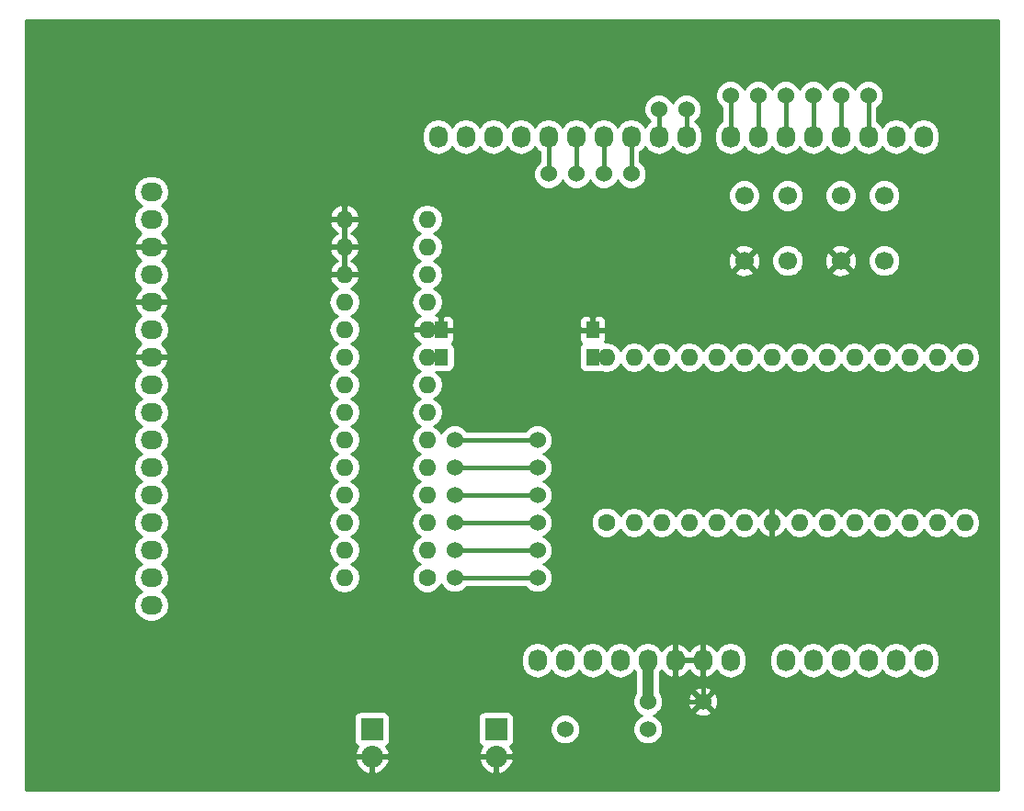
<source format=gbr>
G04 #@! TF.FileFunction,Copper,L1,Top,Signal*
%FSLAX46Y46*%
G04 Gerber Fmt 4.6, Leading zero omitted, Abs format (unit mm)*
G04 Created by KiCad (PCBNEW 4.0.1-stable) date 2017/02/01 16:31:01*
%MOMM*%
G01*
G04 APERTURE LIST*
%ADD10C,0.100000*%
%ADD11O,1.727200X2.032000*%
%ADD12C,1.524000*%
%ADD13C,1.600000*%
%ADD14O,1.600000X1.600000*%
%ADD15O,2.032000X1.727200*%
%ADD16C,1.700000*%
%ADD17R,2.032000X2.032000*%
%ADD18O,2.032000X2.032000*%
%ADD19R,1.250000X1.500000*%
%ADD20C,0.400000*%
%ADD21C,1.000000*%
%ADD22C,0.254000*%
G04 APERTURE END LIST*
D10*
D11*
X161798000Y-123825000D03*
X164338000Y-123825000D03*
X166878000Y-123825000D03*
X169418000Y-123825000D03*
X171958000Y-123825000D03*
X174498000Y-123825000D03*
D12*
X149098000Y-130175000D03*
X141478000Y-130175000D03*
D11*
X138938000Y-123825000D03*
X141478000Y-123825000D03*
X144018000Y-123825000D03*
X146558000Y-123825000D03*
X149098000Y-123825000D03*
X151638000Y-123825000D03*
X154178000Y-123825000D03*
X156718000Y-123825000D03*
X129794000Y-75565000D03*
X132334000Y-75565000D03*
X134874000Y-75565000D03*
X137414000Y-75565000D03*
X139954000Y-75565000D03*
X142494000Y-75565000D03*
X145034000Y-75565000D03*
X147574000Y-75565000D03*
X150114000Y-75565000D03*
X152654000Y-75565000D03*
X156718000Y-75565000D03*
X159258000Y-75565000D03*
X161798000Y-75565000D03*
X164338000Y-75565000D03*
X166878000Y-75565000D03*
X169418000Y-75565000D03*
X171958000Y-75565000D03*
X174498000Y-75565000D03*
D13*
X145288000Y-111125000D03*
D14*
X178308000Y-95885000D03*
X147828000Y-111125000D03*
X175768000Y-95885000D03*
X150368000Y-111125000D03*
X173228000Y-95885000D03*
X152908000Y-111125000D03*
X170688000Y-95885000D03*
X155448000Y-111125000D03*
X168148000Y-95885000D03*
X157988000Y-111125000D03*
X165608000Y-95885000D03*
X160528000Y-111125000D03*
X163068000Y-95885000D03*
X163068000Y-111125000D03*
X160528000Y-95885000D03*
X165608000Y-111125000D03*
X157988000Y-95885000D03*
X168148000Y-111125000D03*
X155448000Y-95885000D03*
X170688000Y-111125000D03*
X152908000Y-95885000D03*
X173228000Y-111125000D03*
X150368000Y-95885000D03*
X175768000Y-111125000D03*
X147828000Y-95885000D03*
X178308000Y-111125000D03*
X145288000Y-95885000D03*
D15*
X103378000Y-118745000D03*
X103378000Y-116205000D03*
X103378000Y-113665000D03*
X103378000Y-111125000D03*
X103378000Y-108585000D03*
X103378000Y-106045000D03*
X103378000Y-103505000D03*
X103378000Y-100965000D03*
X103378000Y-98425000D03*
X103378000Y-95885000D03*
X103378000Y-93345000D03*
X103378000Y-90805000D03*
X103378000Y-88265000D03*
X103378000Y-85725000D03*
X103378000Y-83185000D03*
X103378000Y-80645000D03*
D16*
X170878000Y-80995000D03*
X170878000Y-86995000D03*
X166878000Y-80995000D03*
X166878000Y-86995000D03*
X161988000Y-80995000D03*
X161988000Y-86995000D03*
X157988000Y-80995000D03*
X157988000Y-86995000D03*
D13*
X128778000Y-116205000D03*
D14*
X121158000Y-83185000D03*
X128778000Y-113665000D03*
X121158000Y-85725000D03*
X128778000Y-111125000D03*
X121158000Y-88265000D03*
X128778000Y-108585000D03*
X121158000Y-90805000D03*
X128778000Y-106045000D03*
X121158000Y-93345000D03*
X128778000Y-103505000D03*
X121158000Y-95885000D03*
X128778000Y-100965000D03*
X121158000Y-98425000D03*
X128778000Y-98425000D03*
X121158000Y-100965000D03*
X128778000Y-95885000D03*
X121158000Y-103505000D03*
X128778000Y-93345000D03*
X121158000Y-106045000D03*
X128778000Y-90805000D03*
X121158000Y-108585000D03*
X128778000Y-88265000D03*
X121158000Y-111125000D03*
X128778000Y-85725000D03*
X121158000Y-113665000D03*
X128778000Y-83185000D03*
X121158000Y-116205000D03*
D17*
X123698000Y-130175000D03*
D18*
X123698000Y-132715000D03*
D17*
X135128000Y-130175000D03*
D18*
X135128000Y-132715000D03*
D12*
X150114000Y-73025000D03*
X152654000Y-73025000D03*
X156718000Y-71755000D03*
X159258000Y-71755000D03*
X161798000Y-71755000D03*
X164338000Y-71755000D03*
X166878000Y-71755000D03*
X169418000Y-71755000D03*
X139954000Y-78994000D03*
X142494000Y-78994000D03*
X145034000Y-78994000D03*
X147574000Y-78994000D03*
X131318000Y-103505000D03*
X131318000Y-106045000D03*
X131318000Y-108585000D03*
X131318000Y-111125000D03*
X131318000Y-113665000D03*
X131318000Y-116205000D03*
X138938000Y-113665000D03*
X138938000Y-111125000D03*
X138938000Y-116205000D03*
X138938000Y-108585000D03*
X138938000Y-106045000D03*
X138938000Y-103505000D03*
X149098000Y-127635000D03*
X154178000Y-127635000D03*
D19*
X144018000Y-95865000D03*
X144018000Y-93365000D03*
X130048000Y-95865000D03*
X130048000Y-93365000D03*
D20*
X128778000Y-95885000D02*
X130028000Y-95885000D01*
X130028000Y-95885000D02*
X130048000Y-95865000D01*
X144018000Y-95865000D02*
X145268000Y-95865000D01*
X145268000Y-95865000D02*
X145288000Y-95885000D01*
X128798000Y-95865000D02*
X128778000Y-95885000D01*
D21*
X149098000Y-127635000D02*
X149098000Y-123825000D01*
D20*
X151638000Y-126365000D02*
X152908000Y-127635000D01*
X151638000Y-123825000D02*
X151638000Y-126365000D01*
X152908000Y-127635000D02*
X154178000Y-127635000D01*
X154178000Y-123825000D02*
X154178000Y-127635000D01*
X150114000Y-73025000D02*
X150114000Y-75565000D01*
X152654000Y-75565000D02*
X152654000Y-73025000D01*
X156718000Y-75565000D02*
X156718000Y-71755000D01*
X159258000Y-71755000D02*
X159258000Y-75565000D01*
X161798000Y-71755000D02*
X161798000Y-75565000D01*
X164338000Y-75565000D02*
X164338000Y-71755000D01*
X166878000Y-75565000D02*
X166878000Y-71755000D01*
X169418000Y-75565000D02*
X169418000Y-71755000D01*
X139954000Y-78994000D02*
X139954000Y-75565000D01*
X147574000Y-75565000D02*
X147574000Y-78994000D01*
X147574000Y-78994000D02*
X147574000Y-78994000D01*
X142494000Y-78994000D02*
X142494000Y-75565000D01*
X145034000Y-75565000D02*
X145034000Y-78994000D01*
X131318000Y-116205000D02*
X138938000Y-116205000D01*
X131318000Y-113665000D02*
X138938000Y-113665000D01*
X131318000Y-111125000D02*
X138938000Y-111125000D01*
X131318000Y-108585000D02*
X138938000Y-108585000D01*
X131318000Y-106045000D02*
X138938000Y-106045000D01*
X131318000Y-103505000D02*
X138938000Y-103505000D01*
D22*
G36*
X181408000Y-135815000D02*
X91821000Y-135815000D01*
X91821000Y-133097946D01*
X122092017Y-133097946D01*
X122360812Y-133683379D01*
X122833182Y-134121385D01*
X123315056Y-134320975D01*
X123571000Y-134201836D01*
X123571000Y-132842000D01*
X123825000Y-132842000D01*
X123825000Y-134201836D01*
X124080944Y-134320975D01*
X124562818Y-134121385D01*
X125035188Y-133683379D01*
X125303983Y-133097946D01*
X133522017Y-133097946D01*
X133790812Y-133683379D01*
X134263182Y-134121385D01*
X134745056Y-134320975D01*
X135001000Y-134201836D01*
X135001000Y-132842000D01*
X135255000Y-132842000D01*
X135255000Y-134201836D01*
X135510944Y-134320975D01*
X135992818Y-134121385D01*
X136465188Y-133683379D01*
X136733983Y-133097946D01*
X136615367Y-132842000D01*
X135255000Y-132842000D01*
X135001000Y-132842000D01*
X133640633Y-132842000D01*
X133522017Y-133097946D01*
X125303983Y-133097946D01*
X125185367Y-132842000D01*
X123825000Y-132842000D01*
X123571000Y-132842000D01*
X122210633Y-132842000D01*
X122092017Y-133097946D01*
X91821000Y-133097946D01*
X91821000Y-129159000D01*
X122034560Y-129159000D01*
X122034560Y-131191000D01*
X122078838Y-131426317D01*
X122217910Y-131642441D01*
X122364872Y-131742856D01*
X122360812Y-131746621D01*
X122092017Y-132332054D01*
X122210633Y-132588000D01*
X123571000Y-132588000D01*
X123571000Y-132568000D01*
X123825000Y-132568000D01*
X123825000Y-132588000D01*
X125185367Y-132588000D01*
X125303983Y-132332054D01*
X125035188Y-131746621D01*
X125030276Y-131742066D01*
X125165441Y-131655090D01*
X125310431Y-131442890D01*
X125361440Y-131191000D01*
X125361440Y-129159000D01*
X133464560Y-129159000D01*
X133464560Y-131191000D01*
X133508838Y-131426317D01*
X133647910Y-131642441D01*
X133794872Y-131742856D01*
X133790812Y-131746621D01*
X133522017Y-132332054D01*
X133640633Y-132588000D01*
X135001000Y-132588000D01*
X135001000Y-132568000D01*
X135255000Y-132568000D01*
X135255000Y-132588000D01*
X136615367Y-132588000D01*
X136733983Y-132332054D01*
X136465188Y-131746621D01*
X136460276Y-131742066D01*
X136595441Y-131655090D01*
X136740431Y-131442890D01*
X136791440Y-131191000D01*
X136791440Y-130451661D01*
X140080758Y-130451661D01*
X140292990Y-130965303D01*
X140685630Y-131358629D01*
X141198900Y-131571757D01*
X141754661Y-131572242D01*
X142268303Y-131360010D01*
X142661629Y-130967370D01*
X142874757Y-130454100D01*
X142875242Y-129898339D01*
X142663010Y-129384697D01*
X142270370Y-128991371D01*
X141757100Y-128778243D01*
X141201339Y-128777758D01*
X140687697Y-128989990D01*
X140294371Y-129382630D01*
X140081243Y-129895900D01*
X140080758Y-130451661D01*
X136791440Y-130451661D01*
X136791440Y-129159000D01*
X136747162Y-128923683D01*
X136608090Y-128707559D01*
X136395890Y-128562569D01*
X136144000Y-128511560D01*
X134112000Y-128511560D01*
X133876683Y-128555838D01*
X133660559Y-128694910D01*
X133515569Y-128907110D01*
X133464560Y-129159000D01*
X125361440Y-129159000D01*
X125317162Y-128923683D01*
X125178090Y-128707559D01*
X124965890Y-128562569D01*
X124714000Y-128511560D01*
X122682000Y-128511560D01*
X122446683Y-128555838D01*
X122230559Y-128694910D01*
X122085569Y-128907110D01*
X122034560Y-129159000D01*
X91821000Y-129159000D01*
X91821000Y-123640255D01*
X137439400Y-123640255D01*
X137439400Y-124009745D01*
X137553474Y-124583234D01*
X137878330Y-125069415D01*
X138364511Y-125394271D01*
X138938000Y-125508345D01*
X139511489Y-125394271D01*
X139997670Y-125069415D01*
X140208000Y-124754634D01*
X140418330Y-125069415D01*
X140904511Y-125394271D01*
X141478000Y-125508345D01*
X142051489Y-125394271D01*
X142537670Y-125069415D01*
X142748000Y-124754634D01*
X142958330Y-125069415D01*
X143444511Y-125394271D01*
X144018000Y-125508345D01*
X144591489Y-125394271D01*
X145077670Y-125069415D01*
X145288000Y-124754634D01*
X145498330Y-125069415D01*
X145984511Y-125394271D01*
X146558000Y-125508345D01*
X147131489Y-125394271D01*
X147617670Y-125069415D01*
X147828000Y-124754634D01*
X147963000Y-124956676D01*
X147963000Y-126794086D01*
X147914371Y-126842630D01*
X147701243Y-127355900D01*
X147700758Y-127911661D01*
X147912990Y-128425303D01*
X148305630Y-128818629D01*
X148513512Y-128904949D01*
X148307697Y-128989990D01*
X147914371Y-129382630D01*
X147701243Y-129895900D01*
X147700758Y-130451661D01*
X147912990Y-130965303D01*
X148305630Y-131358629D01*
X148818900Y-131571757D01*
X149374661Y-131572242D01*
X149888303Y-131360010D01*
X150281629Y-130967370D01*
X150494757Y-130454100D01*
X150495242Y-129898339D01*
X150283010Y-129384697D01*
X149890370Y-128991371D01*
X149682488Y-128905051D01*
X149888303Y-128820010D01*
X150093457Y-128615213D01*
X153377392Y-128615213D01*
X153446857Y-128857397D01*
X153970302Y-129044144D01*
X154525368Y-129016362D01*
X154909143Y-128857397D01*
X154978608Y-128615213D01*
X154178000Y-127814605D01*
X153377392Y-128615213D01*
X150093457Y-128615213D01*
X150281629Y-128427370D01*
X150494757Y-127914100D01*
X150495181Y-127427302D01*
X152768856Y-127427302D01*
X152796638Y-127982368D01*
X152955603Y-128366143D01*
X153197787Y-128435608D01*
X153998395Y-127635000D01*
X154357605Y-127635000D01*
X155158213Y-128435608D01*
X155400397Y-128366143D01*
X155587144Y-127842698D01*
X155559362Y-127287632D01*
X155400397Y-126903857D01*
X155158213Y-126834392D01*
X154357605Y-127635000D01*
X153998395Y-127635000D01*
X153197787Y-126834392D01*
X152955603Y-126903857D01*
X152768856Y-127427302D01*
X150495181Y-127427302D01*
X150495242Y-127358339D01*
X150283010Y-126844697D01*
X150233000Y-126794600D01*
X150233000Y-126654787D01*
X153377392Y-126654787D01*
X154178000Y-127455395D01*
X154978608Y-126654787D01*
X154909143Y-126412603D01*
X154385698Y-126225856D01*
X153830632Y-126253638D01*
X153446857Y-126412603D01*
X153377392Y-126654787D01*
X150233000Y-126654787D01*
X150233000Y-124956676D01*
X150364461Y-124759931D01*
X150735964Y-125175732D01*
X151263209Y-125429709D01*
X151278974Y-125432358D01*
X151511000Y-125311217D01*
X151511000Y-123952000D01*
X151765000Y-123952000D01*
X151765000Y-125311217D01*
X151997026Y-125432358D01*
X152012791Y-125429709D01*
X152540036Y-125175732D01*
X152908000Y-124763892D01*
X153275964Y-125175732D01*
X153803209Y-125429709D01*
X153818974Y-125432358D01*
X154051000Y-125311217D01*
X154051000Y-123952000D01*
X151765000Y-123952000D01*
X151511000Y-123952000D01*
X151491000Y-123952000D01*
X151491000Y-123698000D01*
X151511000Y-123698000D01*
X151511000Y-122338783D01*
X151765000Y-122338783D01*
X151765000Y-123698000D01*
X154051000Y-123698000D01*
X154051000Y-122338783D01*
X154305000Y-122338783D01*
X154305000Y-123698000D01*
X154325000Y-123698000D01*
X154325000Y-123952000D01*
X154305000Y-123952000D01*
X154305000Y-125311217D01*
X154537026Y-125432358D01*
X154552791Y-125429709D01*
X155080036Y-125175732D01*
X155451539Y-124759931D01*
X155658330Y-125069415D01*
X156144511Y-125394271D01*
X156718000Y-125508345D01*
X157291489Y-125394271D01*
X157777670Y-125069415D01*
X158102526Y-124583234D01*
X158216600Y-124009745D01*
X158216600Y-123640255D01*
X160299400Y-123640255D01*
X160299400Y-124009745D01*
X160413474Y-124583234D01*
X160738330Y-125069415D01*
X161224511Y-125394271D01*
X161798000Y-125508345D01*
X162371489Y-125394271D01*
X162857670Y-125069415D01*
X163068000Y-124754634D01*
X163278330Y-125069415D01*
X163764511Y-125394271D01*
X164338000Y-125508345D01*
X164911489Y-125394271D01*
X165397670Y-125069415D01*
X165608000Y-124754634D01*
X165818330Y-125069415D01*
X166304511Y-125394271D01*
X166878000Y-125508345D01*
X167451489Y-125394271D01*
X167937670Y-125069415D01*
X168148000Y-124754634D01*
X168358330Y-125069415D01*
X168844511Y-125394271D01*
X169418000Y-125508345D01*
X169991489Y-125394271D01*
X170477670Y-125069415D01*
X170688000Y-124754634D01*
X170898330Y-125069415D01*
X171384511Y-125394271D01*
X171958000Y-125508345D01*
X172531489Y-125394271D01*
X173017670Y-125069415D01*
X173228000Y-124754634D01*
X173438330Y-125069415D01*
X173924511Y-125394271D01*
X174498000Y-125508345D01*
X175071489Y-125394271D01*
X175557670Y-125069415D01*
X175882526Y-124583234D01*
X175996600Y-124009745D01*
X175996600Y-123640255D01*
X175882526Y-123066766D01*
X175557670Y-122580585D01*
X175071489Y-122255729D01*
X174498000Y-122141655D01*
X173924511Y-122255729D01*
X173438330Y-122580585D01*
X173228000Y-122895366D01*
X173017670Y-122580585D01*
X172531489Y-122255729D01*
X171958000Y-122141655D01*
X171384511Y-122255729D01*
X170898330Y-122580585D01*
X170688000Y-122895366D01*
X170477670Y-122580585D01*
X169991489Y-122255729D01*
X169418000Y-122141655D01*
X168844511Y-122255729D01*
X168358330Y-122580585D01*
X168148000Y-122895366D01*
X167937670Y-122580585D01*
X167451489Y-122255729D01*
X166878000Y-122141655D01*
X166304511Y-122255729D01*
X165818330Y-122580585D01*
X165608000Y-122895366D01*
X165397670Y-122580585D01*
X164911489Y-122255729D01*
X164338000Y-122141655D01*
X163764511Y-122255729D01*
X163278330Y-122580585D01*
X163068000Y-122895366D01*
X162857670Y-122580585D01*
X162371489Y-122255729D01*
X161798000Y-122141655D01*
X161224511Y-122255729D01*
X160738330Y-122580585D01*
X160413474Y-123066766D01*
X160299400Y-123640255D01*
X158216600Y-123640255D01*
X158102526Y-123066766D01*
X157777670Y-122580585D01*
X157291489Y-122255729D01*
X156718000Y-122141655D01*
X156144511Y-122255729D01*
X155658330Y-122580585D01*
X155451539Y-122890069D01*
X155080036Y-122474268D01*
X154552791Y-122220291D01*
X154537026Y-122217642D01*
X154305000Y-122338783D01*
X154051000Y-122338783D01*
X153818974Y-122217642D01*
X153803209Y-122220291D01*
X153275964Y-122474268D01*
X152908000Y-122886108D01*
X152540036Y-122474268D01*
X152012791Y-122220291D01*
X151997026Y-122217642D01*
X151765000Y-122338783D01*
X151511000Y-122338783D01*
X151278974Y-122217642D01*
X151263209Y-122220291D01*
X150735964Y-122474268D01*
X150364461Y-122890069D01*
X150157670Y-122580585D01*
X149671489Y-122255729D01*
X149098000Y-122141655D01*
X148524511Y-122255729D01*
X148038330Y-122580585D01*
X147828000Y-122895366D01*
X147617670Y-122580585D01*
X147131489Y-122255729D01*
X146558000Y-122141655D01*
X145984511Y-122255729D01*
X145498330Y-122580585D01*
X145288000Y-122895366D01*
X145077670Y-122580585D01*
X144591489Y-122255729D01*
X144018000Y-122141655D01*
X143444511Y-122255729D01*
X142958330Y-122580585D01*
X142748000Y-122895366D01*
X142537670Y-122580585D01*
X142051489Y-122255729D01*
X141478000Y-122141655D01*
X140904511Y-122255729D01*
X140418330Y-122580585D01*
X140208000Y-122895366D01*
X139997670Y-122580585D01*
X139511489Y-122255729D01*
X138938000Y-122141655D01*
X138364511Y-122255729D01*
X137878330Y-122580585D01*
X137553474Y-123066766D01*
X137439400Y-123640255D01*
X91821000Y-123640255D01*
X91821000Y-98425000D01*
X101694655Y-98425000D01*
X101808729Y-98998489D01*
X102133585Y-99484670D01*
X102448366Y-99695000D01*
X102133585Y-99905330D01*
X101808729Y-100391511D01*
X101694655Y-100965000D01*
X101808729Y-101538489D01*
X102133585Y-102024670D01*
X102448366Y-102235000D01*
X102133585Y-102445330D01*
X101808729Y-102931511D01*
X101694655Y-103505000D01*
X101808729Y-104078489D01*
X102133585Y-104564670D01*
X102448366Y-104775000D01*
X102133585Y-104985330D01*
X101808729Y-105471511D01*
X101694655Y-106045000D01*
X101808729Y-106618489D01*
X102133585Y-107104670D01*
X102448366Y-107315000D01*
X102133585Y-107525330D01*
X101808729Y-108011511D01*
X101694655Y-108585000D01*
X101808729Y-109158489D01*
X102133585Y-109644670D01*
X102448366Y-109855000D01*
X102133585Y-110065330D01*
X101808729Y-110551511D01*
X101694655Y-111125000D01*
X101808729Y-111698489D01*
X102133585Y-112184670D01*
X102448366Y-112395000D01*
X102133585Y-112605330D01*
X101808729Y-113091511D01*
X101694655Y-113665000D01*
X101808729Y-114238489D01*
X102133585Y-114724670D01*
X102448366Y-114935000D01*
X102133585Y-115145330D01*
X101808729Y-115631511D01*
X101694655Y-116205000D01*
X101808729Y-116778489D01*
X102133585Y-117264670D01*
X102448366Y-117475000D01*
X102133585Y-117685330D01*
X101808729Y-118171511D01*
X101694655Y-118745000D01*
X101808729Y-119318489D01*
X102133585Y-119804670D01*
X102619766Y-120129526D01*
X103193255Y-120243600D01*
X103562745Y-120243600D01*
X104136234Y-120129526D01*
X104622415Y-119804670D01*
X104947271Y-119318489D01*
X105061345Y-118745000D01*
X104947271Y-118171511D01*
X104622415Y-117685330D01*
X104307634Y-117475000D01*
X104622415Y-117264670D01*
X104947271Y-116778489D01*
X105061345Y-116205000D01*
X104947271Y-115631511D01*
X104622415Y-115145330D01*
X104307634Y-114935000D01*
X104622415Y-114724670D01*
X104947271Y-114238489D01*
X105061345Y-113665000D01*
X104947271Y-113091511D01*
X104622415Y-112605330D01*
X104307634Y-112395000D01*
X104622415Y-112184670D01*
X104947271Y-111698489D01*
X105061345Y-111125000D01*
X104947271Y-110551511D01*
X104622415Y-110065330D01*
X104307634Y-109855000D01*
X104622415Y-109644670D01*
X104947271Y-109158489D01*
X105061345Y-108585000D01*
X104947271Y-108011511D01*
X104622415Y-107525330D01*
X104307634Y-107315000D01*
X104622415Y-107104670D01*
X104947271Y-106618489D01*
X105061345Y-106045000D01*
X104947271Y-105471511D01*
X104622415Y-104985330D01*
X104307634Y-104775000D01*
X104622415Y-104564670D01*
X104947271Y-104078489D01*
X105061345Y-103505000D01*
X104947271Y-102931511D01*
X104622415Y-102445330D01*
X104307634Y-102235000D01*
X104622415Y-102024670D01*
X104947271Y-101538489D01*
X105061345Y-100965000D01*
X104947271Y-100391511D01*
X104622415Y-99905330D01*
X104307634Y-99695000D01*
X104622415Y-99484670D01*
X104947271Y-98998489D01*
X105061345Y-98425000D01*
X104947271Y-97851511D01*
X104622415Y-97365330D01*
X104312931Y-97158539D01*
X104728732Y-96787036D01*
X104982709Y-96259791D01*
X104985358Y-96244026D01*
X104864217Y-96012000D01*
X103505000Y-96012000D01*
X103505000Y-96032000D01*
X103251000Y-96032000D01*
X103251000Y-96012000D01*
X101891783Y-96012000D01*
X101770642Y-96244026D01*
X101773291Y-96259791D01*
X102027268Y-96787036D01*
X102443069Y-97158539D01*
X102133585Y-97365330D01*
X101808729Y-97851511D01*
X101694655Y-98425000D01*
X91821000Y-98425000D01*
X91821000Y-93345000D01*
X101694655Y-93345000D01*
X101808729Y-93918489D01*
X102133585Y-94404670D01*
X102443069Y-94611461D01*
X102027268Y-94982964D01*
X101773291Y-95510209D01*
X101770642Y-95525974D01*
X101891783Y-95758000D01*
X103251000Y-95758000D01*
X103251000Y-95738000D01*
X103505000Y-95738000D01*
X103505000Y-95758000D01*
X104864217Y-95758000D01*
X104985358Y-95525974D01*
X104982709Y-95510209D01*
X104728732Y-94982964D01*
X104312931Y-94611461D01*
X104622415Y-94404670D01*
X104947271Y-93918489D01*
X105061345Y-93345000D01*
X104947271Y-92771511D01*
X104622415Y-92285330D01*
X104312931Y-92078539D01*
X104728732Y-91707036D01*
X104982709Y-91179791D01*
X104985358Y-91164026D01*
X104864217Y-90932000D01*
X103505000Y-90932000D01*
X103505000Y-90952000D01*
X103251000Y-90952000D01*
X103251000Y-90932000D01*
X101891783Y-90932000D01*
X101770642Y-91164026D01*
X101773291Y-91179791D01*
X102027268Y-91707036D01*
X102443069Y-92078539D01*
X102133585Y-92285330D01*
X101808729Y-92771511D01*
X101694655Y-93345000D01*
X91821000Y-93345000D01*
X91821000Y-90805000D01*
X119694887Y-90805000D01*
X119804120Y-91354151D01*
X120115189Y-91819698D01*
X120497275Y-92075000D01*
X120115189Y-92330302D01*
X119804120Y-92795849D01*
X119694887Y-93345000D01*
X119804120Y-93894151D01*
X120115189Y-94359698D01*
X120497275Y-94615000D01*
X120115189Y-94870302D01*
X119804120Y-95335849D01*
X119694887Y-95885000D01*
X119804120Y-96434151D01*
X120115189Y-96899698D01*
X120497275Y-97155000D01*
X120115189Y-97410302D01*
X119804120Y-97875849D01*
X119694887Y-98425000D01*
X119804120Y-98974151D01*
X120115189Y-99439698D01*
X120497275Y-99695000D01*
X120115189Y-99950302D01*
X119804120Y-100415849D01*
X119694887Y-100965000D01*
X119804120Y-101514151D01*
X120115189Y-101979698D01*
X120497275Y-102235000D01*
X120115189Y-102490302D01*
X119804120Y-102955849D01*
X119694887Y-103505000D01*
X119804120Y-104054151D01*
X120115189Y-104519698D01*
X120497275Y-104775000D01*
X120115189Y-105030302D01*
X119804120Y-105495849D01*
X119694887Y-106045000D01*
X119804120Y-106594151D01*
X120115189Y-107059698D01*
X120497275Y-107315000D01*
X120115189Y-107570302D01*
X119804120Y-108035849D01*
X119694887Y-108585000D01*
X119804120Y-109134151D01*
X120115189Y-109599698D01*
X120497275Y-109855000D01*
X120115189Y-110110302D01*
X119804120Y-110575849D01*
X119694887Y-111125000D01*
X119804120Y-111674151D01*
X120115189Y-112139698D01*
X120497275Y-112395000D01*
X120115189Y-112650302D01*
X119804120Y-113115849D01*
X119694887Y-113665000D01*
X119804120Y-114214151D01*
X120115189Y-114679698D01*
X120497275Y-114935000D01*
X120115189Y-115190302D01*
X119804120Y-115655849D01*
X119694887Y-116205000D01*
X119804120Y-116754151D01*
X120115189Y-117219698D01*
X120580736Y-117530767D01*
X121129887Y-117640000D01*
X121186113Y-117640000D01*
X121735264Y-117530767D01*
X122200811Y-117219698D01*
X122511880Y-116754151D01*
X122621113Y-116205000D01*
X122511880Y-115655849D01*
X122200811Y-115190302D01*
X121818725Y-114935000D01*
X122200811Y-114679698D01*
X122511880Y-114214151D01*
X122621113Y-113665000D01*
X122511880Y-113115849D01*
X122200811Y-112650302D01*
X121818725Y-112395000D01*
X122200811Y-112139698D01*
X122511880Y-111674151D01*
X122621113Y-111125000D01*
X122511880Y-110575849D01*
X122200811Y-110110302D01*
X121818725Y-109855000D01*
X122200811Y-109599698D01*
X122511880Y-109134151D01*
X122621113Y-108585000D01*
X122511880Y-108035849D01*
X122200811Y-107570302D01*
X121818725Y-107315000D01*
X122200811Y-107059698D01*
X122511880Y-106594151D01*
X122621113Y-106045000D01*
X122511880Y-105495849D01*
X122200811Y-105030302D01*
X121818725Y-104775000D01*
X122200811Y-104519698D01*
X122511880Y-104054151D01*
X122621113Y-103505000D01*
X122511880Y-102955849D01*
X122200811Y-102490302D01*
X121818725Y-102235000D01*
X122200811Y-101979698D01*
X122511880Y-101514151D01*
X122621113Y-100965000D01*
X122511880Y-100415849D01*
X122200811Y-99950302D01*
X121818725Y-99695000D01*
X122200811Y-99439698D01*
X122511880Y-98974151D01*
X122621113Y-98425000D01*
X122511880Y-97875849D01*
X122200811Y-97410302D01*
X121818725Y-97155000D01*
X122200811Y-96899698D01*
X122511880Y-96434151D01*
X122621113Y-95885000D01*
X127314887Y-95885000D01*
X127424120Y-96434151D01*
X127735189Y-96899698D01*
X128117275Y-97155000D01*
X127735189Y-97410302D01*
X127424120Y-97875849D01*
X127314887Y-98425000D01*
X127424120Y-98974151D01*
X127735189Y-99439698D01*
X128117275Y-99695000D01*
X127735189Y-99950302D01*
X127424120Y-100415849D01*
X127314887Y-100965000D01*
X127424120Y-101514151D01*
X127735189Y-101979698D01*
X128117275Y-102235000D01*
X127735189Y-102490302D01*
X127424120Y-102955849D01*
X127314887Y-103505000D01*
X127424120Y-104054151D01*
X127735189Y-104519698D01*
X128117275Y-104775000D01*
X127735189Y-105030302D01*
X127424120Y-105495849D01*
X127314887Y-106045000D01*
X127424120Y-106594151D01*
X127735189Y-107059698D01*
X128117275Y-107315000D01*
X127735189Y-107570302D01*
X127424120Y-108035849D01*
X127314887Y-108585000D01*
X127424120Y-109134151D01*
X127735189Y-109599698D01*
X128117275Y-109855000D01*
X127735189Y-110110302D01*
X127424120Y-110575849D01*
X127314887Y-111125000D01*
X127424120Y-111674151D01*
X127735189Y-112139698D01*
X128117275Y-112395000D01*
X127735189Y-112650302D01*
X127424120Y-113115849D01*
X127314887Y-113665000D01*
X127424120Y-114214151D01*
X127735189Y-114679698D01*
X128108336Y-114929027D01*
X127966200Y-114987757D01*
X127562176Y-115391077D01*
X127343250Y-115918309D01*
X127342752Y-116489187D01*
X127560757Y-117016800D01*
X127964077Y-117420824D01*
X128491309Y-117639750D01*
X129062187Y-117640248D01*
X129589800Y-117422243D01*
X129993824Y-117018923D01*
X130068471Y-116839154D01*
X130132990Y-116995303D01*
X130525630Y-117388629D01*
X131038900Y-117601757D01*
X131594661Y-117602242D01*
X132108303Y-117390010D01*
X132458925Y-117040000D01*
X137797609Y-117040000D01*
X138145630Y-117388629D01*
X138658900Y-117601757D01*
X139214661Y-117602242D01*
X139728303Y-117390010D01*
X140121629Y-116997370D01*
X140334757Y-116484100D01*
X140335242Y-115928339D01*
X140123010Y-115414697D01*
X139730370Y-115021371D01*
X139522488Y-114935051D01*
X139728303Y-114850010D01*
X140121629Y-114457370D01*
X140334757Y-113944100D01*
X140335242Y-113388339D01*
X140123010Y-112874697D01*
X139730370Y-112481371D01*
X139522488Y-112395051D01*
X139728303Y-112310010D01*
X140121629Y-111917370D01*
X140332644Y-111409187D01*
X143852752Y-111409187D01*
X144070757Y-111936800D01*
X144474077Y-112340824D01*
X145001309Y-112559750D01*
X145572187Y-112560248D01*
X146099800Y-112342243D01*
X146503824Y-111938923D01*
X146563820Y-111794436D01*
X146813302Y-112167811D01*
X147278849Y-112478880D01*
X147828000Y-112588113D01*
X148377151Y-112478880D01*
X148842698Y-112167811D01*
X149098000Y-111785725D01*
X149353302Y-112167811D01*
X149818849Y-112478880D01*
X150368000Y-112588113D01*
X150917151Y-112478880D01*
X151382698Y-112167811D01*
X151638000Y-111785725D01*
X151893302Y-112167811D01*
X152358849Y-112478880D01*
X152908000Y-112588113D01*
X153457151Y-112478880D01*
X153922698Y-112167811D01*
X154178000Y-111785725D01*
X154433302Y-112167811D01*
X154898849Y-112478880D01*
X155448000Y-112588113D01*
X155997151Y-112478880D01*
X156462698Y-112167811D01*
X156718000Y-111785725D01*
X156973302Y-112167811D01*
X157438849Y-112478880D01*
X157988000Y-112588113D01*
X158537151Y-112478880D01*
X159002698Y-112167811D01*
X159272986Y-111763297D01*
X159375611Y-111980134D01*
X159790577Y-112356041D01*
X160178961Y-112516904D01*
X160401000Y-112394915D01*
X160401000Y-111252000D01*
X160381000Y-111252000D01*
X160381000Y-110998000D01*
X160401000Y-110998000D01*
X160401000Y-109855085D01*
X160655000Y-109855085D01*
X160655000Y-110998000D01*
X160675000Y-110998000D01*
X160675000Y-111252000D01*
X160655000Y-111252000D01*
X160655000Y-112394915D01*
X160877039Y-112516904D01*
X161265423Y-112356041D01*
X161680389Y-111980134D01*
X161783014Y-111763297D01*
X162053302Y-112167811D01*
X162518849Y-112478880D01*
X163068000Y-112588113D01*
X163617151Y-112478880D01*
X164082698Y-112167811D01*
X164338000Y-111785725D01*
X164593302Y-112167811D01*
X165058849Y-112478880D01*
X165608000Y-112588113D01*
X166157151Y-112478880D01*
X166622698Y-112167811D01*
X166878000Y-111785725D01*
X167133302Y-112167811D01*
X167598849Y-112478880D01*
X168148000Y-112588113D01*
X168697151Y-112478880D01*
X169162698Y-112167811D01*
X169418000Y-111785725D01*
X169673302Y-112167811D01*
X170138849Y-112478880D01*
X170688000Y-112588113D01*
X171237151Y-112478880D01*
X171702698Y-112167811D01*
X171958000Y-111785725D01*
X172213302Y-112167811D01*
X172678849Y-112478880D01*
X173228000Y-112588113D01*
X173777151Y-112478880D01*
X174242698Y-112167811D01*
X174498000Y-111785725D01*
X174753302Y-112167811D01*
X175218849Y-112478880D01*
X175768000Y-112588113D01*
X176317151Y-112478880D01*
X176782698Y-112167811D01*
X177038000Y-111785725D01*
X177293302Y-112167811D01*
X177758849Y-112478880D01*
X178308000Y-112588113D01*
X178857151Y-112478880D01*
X179322698Y-112167811D01*
X179633767Y-111702264D01*
X179743000Y-111153113D01*
X179743000Y-111096887D01*
X179633767Y-110547736D01*
X179322698Y-110082189D01*
X178857151Y-109771120D01*
X178308000Y-109661887D01*
X177758849Y-109771120D01*
X177293302Y-110082189D01*
X177038000Y-110464275D01*
X176782698Y-110082189D01*
X176317151Y-109771120D01*
X175768000Y-109661887D01*
X175218849Y-109771120D01*
X174753302Y-110082189D01*
X174498000Y-110464275D01*
X174242698Y-110082189D01*
X173777151Y-109771120D01*
X173228000Y-109661887D01*
X172678849Y-109771120D01*
X172213302Y-110082189D01*
X171958000Y-110464275D01*
X171702698Y-110082189D01*
X171237151Y-109771120D01*
X170688000Y-109661887D01*
X170138849Y-109771120D01*
X169673302Y-110082189D01*
X169418000Y-110464275D01*
X169162698Y-110082189D01*
X168697151Y-109771120D01*
X168148000Y-109661887D01*
X167598849Y-109771120D01*
X167133302Y-110082189D01*
X166878000Y-110464275D01*
X166622698Y-110082189D01*
X166157151Y-109771120D01*
X165608000Y-109661887D01*
X165058849Y-109771120D01*
X164593302Y-110082189D01*
X164338000Y-110464275D01*
X164082698Y-110082189D01*
X163617151Y-109771120D01*
X163068000Y-109661887D01*
X162518849Y-109771120D01*
X162053302Y-110082189D01*
X161783014Y-110486703D01*
X161680389Y-110269866D01*
X161265423Y-109893959D01*
X160877039Y-109733096D01*
X160655000Y-109855085D01*
X160401000Y-109855085D01*
X160178961Y-109733096D01*
X159790577Y-109893959D01*
X159375611Y-110269866D01*
X159272986Y-110486703D01*
X159002698Y-110082189D01*
X158537151Y-109771120D01*
X157988000Y-109661887D01*
X157438849Y-109771120D01*
X156973302Y-110082189D01*
X156718000Y-110464275D01*
X156462698Y-110082189D01*
X155997151Y-109771120D01*
X155448000Y-109661887D01*
X154898849Y-109771120D01*
X154433302Y-110082189D01*
X154178000Y-110464275D01*
X153922698Y-110082189D01*
X153457151Y-109771120D01*
X152908000Y-109661887D01*
X152358849Y-109771120D01*
X151893302Y-110082189D01*
X151638000Y-110464275D01*
X151382698Y-110082189D01*
X150917151Y-109771120D01*
X150368000Y-109661887D01*
X149818849Y-109771120D01*
X149353302Y-110082189D01*
X149098000Y-110464275D01*
X148842698Y-110082189D01*
X148377151Y-109771120D01*
X147828000Y-109661887D01*
X147278849Y-109771120D01*
X146813302Y-110082189D01*
X146563973Y-110455336D01*
X146505243Y-110313200D01*
X146101923Y-109909176D01*
X145574691Y-109690250D01*
X145003813Y-109689752D01*
X144476200Y-109907757D01*
X144072176Y-110311077D01*
X143853250Y-110838309D01*
X143852752Y-111409187D01*
X140332644Y-111409187D01*
X140334757Y-111404100D01*
X140335242Y-110848339D01*
X140123010Y-110334697D01*
X139730370Y-109941371D01*
X139522488Y-109855051D01*
X139728303Y-109770010D01*
X140121629Y-109377370D01*
X140334757Y-108864100D01*
X140335242Y-108308339D01*
X140123010Y-107794697D01*
X139730370Y-107401371D01*
X139522488Y-107315051D01*
X139728303Y-107230010D01*
X140121629Y-106837370D01*
X140334757Y-106324100D01*
X140335242Y-105768339D01*
X140123010Y-105254697D01*
X139730370Y-104861371D01*
X139522488Y-104775051D01*
X139728303Y-104690010D01*
X140121629Y-104297370D01*
X140334757Y-103784100D01*
X140335242Y-103228339D01*
X140123010Y-102714697D01*
X139730370Y-102321371D01*
X139217100Y-102108243D01*
X138661339Y-102107758D01*
X138147697Y-102319990D01*
X137797075Y-102670000D01*
X132458391Y-102670000D01*
X132110370Y-102321371D01*
X131597100Y-102108243D01*
X131041339Y-102107758D01*
X130527697Y-102319990D01*
X130134371Y-102712630D01*
X130071130Y-102864931D01*
X129820811Y-102490302D01*
X129438725Y-102235000D01*
X129820811Y-101979698D01*
X130131880Y-101514151D01*
X130241113Y-100965000D01*
X130131880Y-100415849D01*
X129820811Y-99950302D01*
X129438725Y-99695000D01*
X129820811Y-99439698D01*
X130131880Y-98974151D01*
X130241113Y-98425000D01*
X130131880Y-97875849D01*
X129820811Y-97410302D01*
X129599520Y-97262440D01*
X130673000Y-97262440D01*
X130908317Y-97218162D01*
X131124441Y-97079090D01*
X131269431Y-96866890D01*
X131320440Y-96615000D01*
X131320440Y-95115000D01*
X142745560Y-95115000D01*
X142745560Y-96615000D01*
X142789838Y-96850317D01*
X142928910Y-97066441D01*
X143141110Y-97211431D01*
X143393000Y-97262440D01*
X144643000Y-97262440D01*
X144753122Y-97241719D01*
X145288000Y-97348113D01*
X145837151Y-97238880D01*
X146302698Y-96927811D01*
X146558000Y-96545725D01*
X146813302Y-96927811D01*
X147278849Y-97238880D01*
X147828000Y-97348113D01*
X148377151Y-97238880D01*
X148842698Y-96927811D01*
X149098000Y-96545725D01*
X149353302Y-96927811D01*
X149818849Y-97238880D01*
X150368000Y-97348113D01*
X150917151Y-97238880D01*
X151382698Y-96927811D01*
X151638000Y-96545725D01*
X151893302Y-96927811D01*
X152358849Y-97238880D01*
X152908000Y-97348113D01*
X153457151Y-97238880D01*
X153922698Y-96927811D01*
X154178000Y-96545725D01*
X154433302Y-96927811D01*
X154898849Y-97238880D01*
X155448000Y-97348113D01*
X155997151Y-97238880D01*
X156462698Y-96927811D01*
X156718000Y-96545725D01*
X156973302Y-96927811D01*
X157438849Y-97238880D01*
X157988000Y-97348113D01*
X158537151Y-97238880D01*
X159002698Y-96927811D01*
X159258000Y-96545725D01*
X159513302Y-96927811D01*
X159978849Y-97238880D01*
X160528000Y-97348113D01*
X161077151Y-97238880D01*
X161542698Y-96927811D01*
X161798000Y-96545725D01*
X162053302Y-96927811D01*
X162518849Y-97238880D01*
X163068000Y-97348113D01*
X163617151Y-97238880D01*
X164082698Y-96927811D01*
X164338000Y-96545725D01*
X164593302Y-96927811D01*
X165058849Y-97238880D01*
X165608000Y-97348113D01*
X166157151Y-97238880D01*
X166622698Y-96927811D01*
X166878000Y-96545725D01*
X167133302Y-96927811D01*
X167598849Y-97238880D01*
X168148000Y-97348113D01*
X168697151Y-97238880D01*
X169162698Y-96927811D01*
X169418000Y-96545725D01*
X169673302Y-96927811D01*
X170138849Y-97238880D01*
X170688000Y-97348113D01*
X171237151Y-97238880D01*
X171702698Y-96927811D01*
X171958000Y-96545725D01*
X172213302Y-96927811D01*
X172678849Y-97238880D01*
X173228000Y-97348113D01*
X173777151Y-97238880D01*
X174242698Y-96927811D01*
X174498000Y-96545725D01*
X174753302Y-96927811D01*
X175218849Y-97238880D01*
X175768000Y-97348113D01*
X176317151Y-97238880D01*
X176782698Y-96927811D01*
X177038000Y-96545725D01*
X177293302Y-96927811D01*
X177758849Y-97238880D01*
X178308000Y-97348113D01*
X178857151Y-97238880D01*
X179322698Y-96927811D01*
X179633767Y-96462264D01*
X179743000Y-95913113D01*
X179743000Y-95856887D01*
X179633767Y-95307736D01*
X179322698Y-94842189D01*
X178857151Y-94531120D01*
X178308000Y-94421887D01*
X177758849Y-94531120D01*
X177293302Y-94842189D01*
X177038000Y-95224275D01*
X176782698Y-94842189D01*
X176317151Y-94531120D01*
X175768000Y-94421887D01*
X175218849Y-94531120D01*
X174753302Y-94842189D01*
X174498000Y-95224275D01*
X174242698Y-94842189D01*
X173777151Y-94531120D01*
X173228000Y-94421887D01*
X172678849Y-94531120D01*
X172213302Y-94842189D01*
X171958000Y-95224275D01*
X171702698Y-94842189D01*
X171237151Y-94531120D01*
X170688000Y-94421887D01*
X170138849Y-94531120D01*
X169673302Y-94842189D01*
X169418000Y-95224275D01*
X169162698Y-94842189D01*
X168697151Y-94531120D01*
X168148000Y-94421887D01*
X167598849Y-94531120D01*
X167133302Y-94842189D01*
X166878000Y-95224275D01*
X166622698Y-94842189D01*
X166157151Y-94531120D01*
X165608000Y-94421887D01*
X165058849Y-94531120D01*
X164593302Y-94842189D01*
X164338000Y-95224275D01*
X164082698Y-94842189D01*
X163617151Y-94531120D01*
X163068000Y-94421887D01*
X162518849Y-94531120D01*
X162053302Y-94842189D01*
X161798000Y-95224275D01*
X161542698Y-94842189D01*
X161077151Y-94531120D01*
X160528000Y-94421887D01*
X159978849Y-94531120D01*
X159513302Y-94842189D01*
X159258000Y-95224275D01*
X159002698Y-94842189D01*
X158537151Y-94531120D01*
X157988000Y-94421887D01*
X157438849Y-94531120D01*
X156973302Y-94842189D01*
X156718000Y-95224275D01*
X156462698Y-94842189D01*
X155997151Y-94531120D01*
X155448000Y-94421887D01*
X154898849Y-94531120D01*
X154433302Y-94842189D01*
X154178000Y-95224275D01*
X153922698Y-94842189D01*
X153457151Y-94531120D01*
X152908000Y-94421887D01*
X152358849Y-94531120D01*
X151893302Y-94842189D01*
X151638000Y-95224275D01*
X151382698Y-94842189D01*
X150917151Y-94531120D01*
X150368000Y-94421887D01*
X149818849Y-94531120D01*
X149353302Y-94842189D01*
X149098000Y-95224275D01*
X148842698Y-94842189D01*
X148377151Y-94531120D01*
X147828000Y-94421887D01*
X147278849Y-94531120D01*
X146813302Y-94842189D01*
X146558000Y-95224275D01*
X146302698Y-94842189D01*
X145837151Y-94531120D01*
X145288000Y-94421887D01*
X145195588Y-94440269D01*
X145278000Y-94241309D01*
X145278000Y-93650750D01*
X145119250Y-93492000D01*
X144145000Y-93492000D01*
X144145000Y-93512000D01*
X143891000Y-93512000D01*
X143891000Y-93492000D01*
X142916750Y-93492000D01*
X142758000Y-93650750D01*
X142758000Y-94241309D01*
X142854673Y-94474698D01*
X142995910Y-94615936D01*
X142941559Y-94650910D01*
X142796569Y-94863110D01*
X142745560Y-95115000D01*
X131320440Y-95115000D01*
X131276162Y-94879683D01*
X131137090Y-94663559D01*
X131068994Y-94617031D01*
X131211327Y-94474698D01*
X131308000Y-94241309D01*
X131308000Y-93650750D01*
X131149250Y-93492000D01*
X130175000Y-93492000D01*
X130175000Y-93512000D01*
X130069891Y-93512000D01*
X130047915Y-93472000D01*
X128905000Y-93472000D01*
X128905000Y-93492000D01*
X128651000Y-93492000D01*
X128651000Y-93472000D01*
X127508085Y-93472000D01*
X127386096Y-93694039D01*
X127546959Y-94082423D01*
X127922866Y-94497389D01*
X128139703Y-94600014D01*
X127735189Y-94870302D01*
X127424120Y-95335849D01*
X127314887Y-95885000D01*
X122621113Y-95885000D01*
X122511880Y-95335849D01*
X122200811Y-94870302D01*
X121818725Y-94615000D01*
X122200811Y-94359698D01*
X122511880Y-93894151D01*
X122621113Y-93345000D01*
X122511880Y-92795849D01*
X122200811Y-92330302D01*
X121818725Y-92075000D01*
X122200811Y-91819698D01*
X122511880Y-91354151D01*
X122621113Y-90805000D01*
X122511880Y-90255849D01*
X122200811Y-89790302D01*
X121796297Y-89520014D01*
X122013134Y-89417389D01*
X122389041Y-89002423D01*
X122549904Y-88614039D01*
X122427915Y-88392000D01*
X121285000Y-88392000D01*
X121285000Y-88412000D01*
X121031000Y-88412000D01*
X121031000Y-88392000D01*
X119888085Y-88392000D01*
X119766096Y-88614039D01*
X119926959Y-89002423D01*
X120302866Y-89417389D01*
X120519703Y-89520014D01*
X120115189Y-89790302D01*
X119804120Y-90255849D01*
X119694887Y-90805000D01*
X91821000Y-90805000D01*
X91821000Y-88265000D01*
X101694655Y-88265000D01*
X101808729Y-88838489D01*
X102133585Y-89324670D01*
X102443069Y-89531461D01*
X102027268Y-89902964D01*
X101773291Y-90430209D01*
X101770642Y-90445974D01*
X101891783Y-90678000D01*
X103251000Y-90678000D01*
X103251000Y-90658000D01*
X103505000Y-90658000D01*
X103505000Y-90678000D01*
X104864217Y-90678000D01*
X104985358Y-90445974D01*
X104982709Y-90430209D01*
X104728732Y-89902964D01*
X104312931Y-89531461D01*
X104622415Y-89324670D01*
X104947271Y-88838489D01*
X105061345Y-88265000D01*
X104947271Y-87691511D01*
X104622415Y-87205330D01*
X104312931Y-86998539D01*
X104728732Y-86627036D01*
X104982709Y-86099791D01*
X104985358Y-86084026D01*
X104980144Y-86074039D01*
X119766096Y-86074039D01*
X119926959Y-86462423D01*
X120302866Y-86877389D01*
X120551367Y-86995000D01*
X120302866Y-87112611D01*
X119926959Y-87527577D01*
X119766096Y-87915961D01*
X119888085Y-88138000D01*
X121031000Y-88138000D01*
X121031000Y-85852000D01*
X121285000Y-85852000D01*
X121285000Y-88138000D01*
X122427915Y-88138000D01*
X122549904Y-87915961D01*
X122389041Y-87527577D01*
X122013134Y-87112611D01*
X121764633Y-86995000D01*
X122013134Y-86877389D01*
X122389041Y-86462423D01*
X122549904Y-86074039D01*
X122427915Y-85852000D01*
X121285000Y-85852000D01*
X121031000Y-85852000D01*
X119888085Y-85852000D01*
X119766096Y-86074039D01*
X104980144Y-86074039D01*
X104864217Y-85852000D01*
X103505000Y-85852000D01*
X103505000Y-85872000D01*
X103251000Y-85872000D01*
X103251000Y-85852000D01*
X101891783Y-85852000D01*
X101770642Y-86084026D01*
X101773291Y-86099791D01*
X102027268Y-86627036D01*
X102443069Y-86998539D01*
X102133585Y-87205330D01*
X101808729Y-87691511D01*
X101694655Y-88265000D01*
X91821000Y-88265000D01*
X91821000Y-80645000D01*
X101694655Y-80645000D01*
X101808729Y-81218489D01*
X102133585Y-81704670D01*
X102448366Y-81915000D01*
X102133585Y-82125330D01*
X101808729Y-82611511D01*
X101694655Y-83185000D01*
X101808729Y-83758489D01*
X102133585Y-84244670D01*
X102443069Y-84451461D01*
X102027268Y-84822964D01*
X101773291Y-85350209D01*
X101770642Y-85365974D01*
X101891783Y-85598000D01*
X103251000Y-85598000D01*
X103251000Y-85578000D01*
X103505000Y-85578000D01*
X103505000Y-85598000D01*
X104864217Y-85598000D01*
X104985358Y-85365974D01*
X104982709Y-85350209D01*
X104728732Y-84822964D01*
X104312931Y-84451461D01*
X104622415Y-84244670D01*
X104947271Y-83758489D01*
X104991916Y-83534039D01*
X119766096Y-83534039D01*
X119926959Y-83922423D01*
X120302866Y-84337389D01*
X120551367Y-84455000D01*
X120302866Y-84572611D01*
X119926959Y-84987577D01*
X119766096Y-85375961D01*
X119888085Y-85598000D01*
X121031000Y-85598000D01*
X121031000Y-83312000D01*
X121285000Y-83312000D01*
X121285000Y-85598000D01*
X122427915Y-85598000D01*
X122549904Y-85375961D01*
X122389041Y-84987577D01*
X122013134Y-84572611D01*
X121764633Y-84455000D01*
X122013134Y-84337389D01*
X122389041Y-83922423D01*
X122549904Y-83534039D01*
X122427915Y-83312000D01*
X121285000Y-83312000D01*
X121031000Y-83312000D01*
X119888085Y-83312000D01*
X119766096Y-83534039D01*
X104991916Y-83534039D01*
X105061345Y-83185000D01*
X127314887Y-83185000D01*
X127424120Y-83734151D01*
X127735189Y-84199698D01*
X128117275Y-84455000D01*
X127735189Y-84710302D01*
X127424120Y-85175849D01*
X127314887Y-85725000D01*
X127424120Y-86274151D01*
X127735189Y-86739698D01*
X128117275Y-86995000D01*
X127735189Y-87250302D01*
X127424120Y-87715849D01*
X127314887Y-88265000D01*
X127424120Y-88814151D01*
X127735189Y-89279698D01*
X128117275Y-89535000D01*
X127735189Y-89790302D01*
X127424120Y-90255849D01*
X127314887Y-90805000D01*
X127424120Y-91354151D01*
X127735189Y-91819698D01*
X128139703Y-92089986D01*
X127922866Y-92192611D01*
X127546959Y-92607577D01*
X127386096Y-92995961D01*
X127508085Y-93218000D01*
X128651000Y-93218000D01*
X128651000Y-93198000D01*
X128905000Y-93198000D01*
X128905000Y-93218000D01*
X128926750Y-93218000D01*
X128946750Y-93238000D01*
X129921000Y-93238000D01*
X129921000Y-93218000D01*
X130047915Y-93218000D01*
X130169904Y-92995961D01*
X130009041Y-92607577D01*
X129921000Y-92510388D01*
X129921000Y-92138750D01*
X130175000Y-92138750D01*
X130175000Y-93238000D01*
X131149250Y-93238000D01*
X131308000Y-93079250D01*
X131308000Y-92488691D01*
X142758000Y-92488691D01*
X142758000Y-93079250D01*
X142916750Y-93238000D01*
X143891000Y-93238000D01*
X143891000Y-92138750D01*
X144145000Y-92138750D01*
X144145000Y-93238000D01*
X145119250Y-93238000D01*
X145278000Y-93079250D01*
X145278000Y-92488691D01*
X145181327Y-92255302D01*
X145002699Y-92076673D01*
X144769310Y-91980000D01*
X144303750Y-91980000D01*
X144145000Y-92138750D01*
X143891000Y-92138750D01*
X143732250Y-91980000D01*
X143266690Y-91980000D01*
X143033301Y-92076673D01*
X142854673Y-92255302D01*
X142758000Y-92488691D01*
X131308000Y-92488691D01*
X131211327Y-92255302D01*
X131032699Y-92076673D01*
X130799310Y-91980000D01*
X130333750Y-91980000D01*
X130175000Y-92138750D01*
X129921000Y-92138750D01*
X129762250Y-91980000D01*
X129580902Y-91980000D01*
X129820811Y-91819698D01*
X130131880Y-91354151D01*
X130241113Y-90805000D01*
X130131880Y-90255849D01*
X129820811Y-89790302D01*
X129438725Y-89535000D01*
X129820811Y-89279698D01*
X130131880Y-88814151D01*
X130241113Y-88265000D01*
X130196151Y-88038958D01*
X157123647Y-88038958D01*
X157203920Y-88290259D01*
X157759279Y-88491718D01*
X158349458Y-88465315D01*
X158772080Y-88290259D01*
X158852353Y-88038958D01*
X157988000Y-87174605D01*
X157123647Y-88038958D01*
X130196151Y-88038958D01*
X130131880Y-87715849D01*
X129820811Y-87250302D01*
X129438725Y-86995000D01*
X129781029Y-86766279D01*
X156491282Y-86766279D01*
X156517685Y-87356458D01*
X156692741Y-87779080D01*
X156944042Y-87859353D01*
X157808395Y-86995000D01*
X158167605Y-86995000D01*
X159031958Y-87859353D01*
X159283259Y-87779080D01*
X159461005Y-87289089D01*
X160502743Y-87289089D01*
X160728344Y-87835086D01*
X161145717Y-88253188D01*
X161691319Y-88479742D01*
X162282089Y-88480257D01*
X162828086Y-88254656D01*
X163044160Y-88038958D01*
X166013647Y-88038958D01*
X166093920Y-88290259D01*
X166649279Y-88491718D01*
X167239458Y-88465315D01*
X167662080Y-88290259D01*
X167742353Y-88038958D01*
X166878000Y-87174605D01*
X166013647Y-88038958D01*
X163044160Y-88038958D01*
X163246188Y-87837283D01*
X163472742Y-87291681D01*
X163473200Y-86766279D01*
X165381282Y-86766279D01*
X165407685Y-87356458D01*
X165582741Y-87779080D01*
X165834042Y-87859353D01*
X166698395Y-86995000D01*
X167057605Y-86995000D01*
X167921958Y-87859353D01*
X168173259Y-87779080D01*
X168351005Y-87289089D01*
X169392743Y-87289089D01*
X169618344Y-87835086D01*
X170035717Y-88253188D01*
X170581319Y-88479742D01*
X171172089Y-88480257D01*
X171718086Y-88254656D01*
X172136188Y-87837283D01*
X172362742Y-87291681D01*
X172363257Y-86700911D01*
X172137656Y-86154914D01*
X171720283Y-85736812D01*
X171174681Y-85510258D01*
X170583911Y-85509743D01*
X170037914Y-85735344D01*
X169619812Y-86152717D01*
X169393258Y-86698319D01*
X169392743Y-87289089D01*
X168351005Y-87289089D01*
X168374718Y-87223721D01*
X168348315Y-86633542D01*
X168173259Y-86210920D01*
X167921958Y-86130647D01*
X167057605Y-86995000D01*
X166698395Y-86995000D01*
X165834042Y-86130647D01*
X165582741Y-86210920D01*
X165381282Y-86766279D01*
X163473200Y-86766279D01*
X163473257Y-86700911D01*
X163247656Y-86154914D01*
X163044140Y-85951042D01*
X166013647Y-85951042D01*
X166878000Y-86815395D01*
X167742353Y-85951042D01*
X167662080Y-85699741D01*
X167106721Y-85498282D01*
X166516542Y-85524685D01*
X166093920Y-85699741D01*
X166013647Y-85951042D01*
X163044140Y-85951042D01*
X162830283Y-85736812D01*
X162284681Y-85510258D01*
X161693911Y-85509743D01*
X161147914Y-85735344D01*
X160729812Y-86152717D01*
X160503258Y-86698319D01*
X160502743Y-87289089D01*
X159461005Y-87289089D01*
X159484718Y-87223721D01*
X159458315Y-86633542D01*
X159283259Y-86210920D01*
X159031958Y-86130647D01*
X158167605Y-86995000D01*
X157808395Y-86995000D01*
X156944042Y-86130647D01*
X156692741Y-86210920D01*
X156491282Y-86766279D01*
X129781029Y-86766279D01*
X129820811Y-86739698D01*
X130131880Y-86274151D01*
X130196150Y-85951042D01*
X157123647Y-85951042D01*
X157988000Y-86815395D01*
X158852353Y-85951042D01*
X158772080Y-85699741D01*
X158216721Y-85498282D01*
X157626542Y-85524685D01*
X157203920Y-85699741D01*
X157123647Y-85951042D01*
X130196150Y-85951042D01*
X130241113Y-85725000D01*
X130131880Y-85175849D01*
X129820811Y-84710302D01*
X129438725Y-84455000D01*
X129820811Y-84199698D01*
X130131880Y-83734151D01*
X130241113Y-83185000D01*
X130131880Y-82635849D01*
X129820811Y-82170302D01*
X129355264Y-81859233D01*
X128806113Y-81750000D01*
X128749887Y-81750000D01*
X128200736Y-81859233D01*
X127735189Y-82170302D01*
X127424120Y-82635849D01*
X127314887Y-83185000D01*
X105061345Y-83185000D01*
X104991917Y-82835961D01*
X119766096Y-82835961D01*
X119888085Y-83058000D01*
X121031000Y-83058000D01*
X121031000Y-81914371D01*
X121285000Y-81914371D01*
X121285000Y-83058000D01*
X122427915Y-83058000D01*
X122549904Y-82835961D01*
X122389041Y-82447577D01*
X122013134Y-82032611D01*
X121507041Y-81793086D01*
X121285000Y-81914371D01*
X121031000Y-81914371D01*
X120808959Y-81793086D01*
X120302866Y-82032611D01*
X119926959Y-82447577D01*
X119766096Y-82835961D01*
X104991917Y-82835961D01*
X104947271Y-82611511D01*
X104622415Y-82125330D01*
X104307634Y-81915000D01*
X104622415Y-81704670D01*
X104900097Y-81289089D01*
X156502743Y-81289089D01*
X156728344Y-81835086D01*
X157145717Y-82253188D01*
X157691319Y-82479742D01*
X158282089Y-82480257D01*
X158828086Y-82254656D01*
X159246188Y-81837283D01*
X159472742Y-81291681D01*
X159472744Y-81289089D01*
X160502743Y-81289089D01*
X160728344Y-81835086D01*
X161145717Y-82253188D01*
X161691319Y-82479742D01*
X162282089Y-82480257D01*
X162828086Y-82254656D01*
X163246188Y-81837283D01*
X163472742Y-81291681D01*
X163472744Y-81289089D01*
X165392743Y-81289089D01*
X165618344Y-81835086D01*
X166035717Y-82253188D01*
X166581319Y-82479742D01*
X167172089Y-82480257D01*
X167718086Y-82254656D01*
X168136188Y-81837283D01*
X168362742Y-81291681D01*
X168362744Y-81289089D01*
X169392743Y-81289089D01*
X169618344Y-81835086D01*
X170035717Y-82253188D01*
X170581319Y-82479742D01*
X171172089Y-82480257D01*
X171718086Y-82254656D01*
X172136188Y-81837283D01*
X172362742Y-81291681D01*
X172363257Y-80700911D01*
X172137656Y-80154914D01*
X171720283Y-79736812D01*
X171174681Y-79510258D01*
X170583911Y-79509743D01*
X170037914Y-79735344D01*
X169619812Y-80152717D01*
X169393258Y-80698319D01*
X169392743Y-81289089D01*
X168362744Y-81289089D01*
X168363257Y-80700911D01*
X168137656Y-80154914D01*
X167720283Y-79736812D01*
X167174681Y-79510258D01*
X166583911Y-79509743D01*
X166037914Y-79735344D01*
X165619812Y-80152717D01*
X165393258Y-80698319D01*
X165392743Y-81289089D01*
X163472744Y-81289089D01*
X163473257Y-80700911D01*
X163247656Y-80154914D01*
X162830283Y-79736812D01*
X162284681Y-79510258D01*
X161693911Y-79509743D01*
X161147914Y-79735344D01*
X160729812Y-80152717D01*
X160503258Y-80698319D01*
X160502743Y-81289089D01*
X159472744Y-81289089D01*
X159473257Y-80700911D01*
X159247656Y-80154914D01*
X158830283Y-79736812D01*
X158284681Y-79510258D01*
X157693911Y-79509743D01*
X157147914Y-79735344D01*
X156729812Y-80152717D01*
X156503258Y-80698319D01*
X156502743Y-81289089D01*
X104900097Y-81289089D01*
X104947271Y-81218489D01*
X105061345Y-80645000D01*
X104947271Y-80071511D01*
X104622415Y-79585330D01*
X104136234Y-79260474D01*
X103562745Y-79146400D01*
X103193255Y-79146400D01*
X102619766Y-79260474D01*
X102133585Y-79585330D01*
X101808729Y-80071511D01*
X101694655Y-80645000D01*
X91821000Y-80645000D01*
X91821000Y-75380255D01*
X128295400Y-75380255D01*
X128295400Y-75749745D01*
X128409474Y-76323234D01*
X128734330Y-76809415D01*
X129220511Y-77134271D01*
X129794000Y-77248345D01*
X130367489Y-77134271D01*
X130853670Y-76809415D01*
X131064000Y-76494634D01*
X131274330Y-76809415D01*
X131760511Y-77134271D01*
X132334000Y-77248345D01*
X132907489Y-77134271D01*
X133393670Y-76809415D01*
X133604000Y-76494634D01*
X133814330Y-76809415D01*
X134300511Y-77134271D01*
X134874000Y-77248345D01*
X135447489Y-77134271D01*
X135933670Y-76809415D01*
X136144000Y-76494634D01*
X136354330Y-76809415D01*
X136840511Y-77134271D01*
X137414000Y-77248345D01*
X137987489Y-77134271D01*
X138473670Y-76809415D01*
X138684000Y-76494634D01*
X138894330Y-76809415D01*
X139119000Y-76959535D01*
X139119000Y-77853609D01*
X138770371Y-78201630D01*
X138557243Y-78714900D01*
X138556758Y-79270661D01*
X138768990Y-79784303D01*
X139161630Y-80177629D01*
X139674900Y-80390757D01*
X140230661Y-80391242D01*
X140744303Y-80179010D01*
X141137629Y-79786370D01*
X141223949Y-79578488D01*
X141308990Y-79784303D01*
X141701630Y-80177629D01*
X142214900Y-80390757D01*
X142770661Y-80391242D01*
X143284303Y-80179010D01*
X143677629Y-79786370D01*
X143763949Y-79578488D01*
X143848990Y-79784303D01*
X144241630Y-80177629D01*
X144754900Y-80390757D01*
X145310661Y-80391242D01*
X145824303Y-80179010D01*
X146217629Y-79786370D01*
X146303949Y-79578488D01*
X146388990Y-79784303D01*
X146781630Y-80177629D01*
X147294900Y-80390757D01*
X147850661Y-80391242D01*
X148364303Y-80179010D01*
X148757629Y-79786370D01*
X148970757Y-79273100D01*
X148971242Y-78717339D01*
X148759010Y-78203697D01*
X148409000Y-77853075D01*
X148409000Y-76959535D01*
X148633670Y-76809415D01*
X148844000Y-76494634D01*
X149054330Y-76809415D01*
X149540511Y-77134271D01*
X150114000Y-77248345D01*
X150687489Y-77134271D01*
X151173670Y-76809415D01*
X151384000Y-76494634D01*
X151594330Y-76809415D01*
X152080511Y-77134271D01*
X152654000Y-77248345D01*
X153227489Y-77134271D01*
X153713670Y-76809415D01*
X154038526Y-76323234D01*
X154152600Y-75749745D01*
X154152600Y-75380255D01*
X155219400Y-75380255D01*
X155219400Y-75749745D01*
X155333474Y-76323234D01*
X155658330Y-76809415D01*
X156144511Y-77134271D01*
X156718000Y-77248345D01*
X157291489Y-77134271D01*
X157777670Y-76809415D01*
X157988000Y-76494634D01*
X158198330Y-76809415D01*
X158684511Y-77134271D01*
X159258000Y-77248345D01*
X159831489Y-77134271D01*
X160317670Y-76809415D01*
X160528000Y-76494634D01*
X160738330Y-76809415D01*
X161224511Y-77134271D01*
X161798000Y-77248345D01*
X162371489Y-77134271D01*
X162857670Y-76809415D01*
X163068000Y-76494634D01*
X163278330Y-76809415D01*
X163764511Y-77134271D01*
X164338000Y-77248345D01*
X164911489Y-77134271D01*
X165397670Y-76809415D01*
X165608000Y-76494634D01*
X165818330Y-76809415D01*
X166304511Y-77134271D01*
X166878000Y-77248345D01*
X167451489Y-77134271D01*
X167937670Y-76809415D01*
X168148000Y-76494634D01*
X168358330Y-76809415D01*
X168844511Y-77134271D01*
X169418000Y-77248345D01*
X169991489Y-77134271D01*
X170477670Y-76809415D01*
X170688000Y-76494634D01*
X170898330Y-76809415D01*
X171384511Y-77134271D01*
X171958000Y-77248345D01*
X172531489Y-77134271D01*
X173017670Y-76809415D01*
X173228000Y-76494634D01*
X173438330Y-76809415D01*
X173924511Y-77134271D01*
X174498000Y-77248345D01*
X175071489Y-77134271D01*
X175557670Y-76809415D01*
X175882526Y-76323234D01*
X175996600Y-75749745D01*
X175996600Y-75380255D01*
X175882526Y-74806766D01*
X175557670Y-74320585D01*
X175071489Y-73995729D01*
X174498000Y-73881655D01*
X173924511Y-73995729D01*
X173438330Y-74320585D01*
X173228000Y-74635366D01*
X173017670Y-74320585D01*
X172531489Y-73995729D01*
X171958000Y-73881655D01*
X171384511Y-73995729D01*
X170898330Y-74320585D01*
X170688000Y-74635366D01*
X170477670Y-74320585D01*
X170253000Y-74170465D01*
X170253000Y-72895391D01*
X170601629Y-72547370D01*
X170814757Y-72034100D01*
X170815242Y-71478339D01*
X170603010Y-70964697D01*
X170210370Y-70571371D01*
X169697100Y-70358243D01*
X169141339Y-70357758D01*
X168627697Y-70569990D01*
X168234371Y-70962630D01*
X168148051Y-71170512D01*
X168063010Y-70964697D01*
X167670370Y-70571371D01*
X167157100Y-70358243D01*
X166601339Y-70357758D01*
X166087697Y-70569990D01*
X165694371Y-70962630D01*
X165608051Y-71170512D01*
X165523010Y-70964697D01*
X165130370Y-70571371D01*
X164617100Y-70358243D01*
X164061339Y-70357758D01*
X163547697Y-70569990D01*
X163154371Y-70962630D01*
X163068051Y-71170512D01*
X162983010Y-70964697D01*
X162590370Y-70571371D01*
X162077100Y-70358243D01*
X161521339Y-70357758D01*
X161007697Y-70569990D01*
X160614371Y-70962630D01*
X160528051Y-71170512D01*
X160443010Y-70964697D01*
X160050370Y-70571371D01*
X159537100Y-70358243D01*
X158981339Y-70357758D01*
X158467697Y-70569990D01*
X158074371Y-70962630D01*
X157988051Y-71170512D01*
X157903010Y-70964697D01*
X157510370Y-70571371D01*
X156997100Y-70358243D01*
X156441339Y-70357758D01*
X155927697Y-70569990D01*
X155534371Y-70962630D01*
X155321243Y-71475900D01*
X155320758Y-72031661D01*
X155532990Y-72545303D01*
X155883000Y-72895925D01*
X155883000Y-74170465D01*
X155658330Y-74320585D01*
X155333474Y-74806766D01*
X155219400Y-75380255D01*
X154152600Y-75380255D01*
X154038526Y-74806766D01*
X153713670Y-74320585D01*
X153489000Y-74170465D01*
X153489000Y-74165391D01*
X153837629Y-73817370D01*
X154050757Y-73304100D01*
X154051242Y-72748339D01*
X153839010Y-72234697D01*
X153446370Y-71841371D01*
X152933100Y-71628243D01*
X152377339Y-71627758D01*
X151863697Y-71839990D01*
X151470371Y-72232630D01*
X151384051Y-72440512D01*
X151299010Y-72234697D01*
X150906370Y-71841371D01*
X150393100Y-71628243D01*
X149837339Y-71627758D01*
X149323697Y-71839990D01*
X148930371Y-72232630D01*
X148717243Y-72745900D01*
X148716758Y-73301661D01*
X148928990Y-73815303D01*
X149279000Y-74165925D01*
X149279000Y-74170465D01*
X149054330Y-74320585D01*
X148844000Y-74635366D01*
X148633670Y-74320585D01*
X148147489Y-73995729D01*
X147574000Y-73881655D01*
X147000511Y-73995729D01*
X146514330Y-74320585D01*
X146304000Y-74635366D01*
X146093670Y-74320585D01*
X145607489Y-73995729D01*
X145034000Y-73881655D01*
X144460511Y-73995729D01*
X143974330Y-74320585D01*
X143764000Y-74635366D01*
X143553670Y-74320585D01*
X143067489Y-73995729D01*
X142494000Y-73881655D01*
X141920511Y-73995729D01*
X141434330Y-74320585D01*
X141224000Y-74635366D01*
X141013670Y-74320585D01*
X140527489Y-73995729D01*
X139954000Y-73881655D01*
X139380511Y-73995729D01*
X138894330Y-74320585D01*
X138684000Y-74635366D01*
X138473670Y-74320585D01*
X137987489Y-73995729D01*
X137414000Y-73881655D01*
X136840511Y-73995729D01*
X136354330Y-74320585D01*
X136144000Y-74635366D01*
X135933670Y-74320585D01*
X135447489Y-73995729D01*
X134874000Y-73881655D01*
X134300511Y-73995729D01*
X133814330Y-74320585D01*
X133604000Y-74635366D01*
X133393670Y-74320585D01*
X132907489Y-73995729D01*
X132334000Y-73881655D01*
X131760511Y-73995729D01*
X131274330Y-74320585D01*
X131064000Y-74635366D01*
X130853670Y-74320585D01*
X130367489Y-73995729D01*
X129794000Y-73881655D01*
X129220511Y-73995729D01*
X128734330Y-74320585D01*
X128409474Y-74806766D01*
X128295400Y-75380255D01*
X91821000Y-75380255D01*
X91821000Y-64845000D01*
X181408000Y-64845000D01*
X181408000Y-135815000D01*
X181408000Y-135815000D01*
G37*
X181408000Y-135815000D02*
X91821000Y-135815000D01*
X91821000Y-133097946D01*
X122092017Y-133097946D01*
X122360812Y-133683379D01*
X122833182Y-134121385D01*
X123315056Y-134320975D01*
X123571000Y-134201836D01*
X123571000Y-132842000D01*
X123825000Y-132842000D01*
X123825000Y-134201836D01*
X124080944Y-134320975D01*
X124562818Y-134121385D01*
X125035188Y-133683379D01*
X125303983Y-133097946D01*
X133522017Y-133097946D01*
X133790812Y-133683379D01*
X134263182Y-134121385D01*
X134745056Y-134320975D01*
X135001000Y-134201836D01*
X135001000Y-132842000D01*
X135255000Y-132842000D01*
X135255000Y-134201836D01*
X135510944Y-134320975D01*
X135992818Y-134121385D01*
X136465188Y-133683379D01*
X136733983Y-133097946D01*
X136615367Y-132842000D01*
X135255000Y-132842000D01*
X135001000Y-132842000D01*
X133640633Y-132842000D01*
X133522017Y-133097946D01*
X125303983Y-133097946D01*
X125185367Y-132842000D01*
X123825000Y-132842000D01*
X123571000Y-132842000D01*
X122210633Y-132842000D01*
X122092017Y-133097946D01*
X91821000Y-133097946D01*
X91821000Y-129159000D01*
X122034560Y-129159000D01*
X122034560Y-131191000D01*
X122078838Y-131426317D01*
X122217910Y-131642441D01*
X122364872Y-131742856D01*
X122360812Y-131746621D01*
X122092017Y-132332054D01*
X122210633Y-132588000D01*
X123571000Y-132588000D01*
X123571000Y-132568000D01*
X123825000Y-132568000D01*
X123825000Y-132588000D01*
X125185367Y-132588000D01*
X125303983Y-132332054D01*
X125035188Y-131746621D01*
X125030276Y-131742066D01*
X125165441Y-131655090D01*
X125310431Y-131442890D01*
X125361440Y-131191000D01*
X125361440Y-129159000D01*
X133464560Y-129159000D01*
X133464560Y-131191000D01*
X133508838Y-131426317D01*
X133647910Y-131642441D01*
X133794872Y-131742856D01*
X133790812Y-131746621D01*
X133522017Y-132332054D01*
X133640633Y-132588000D01*
X135001000Y-132588000D01*
X135001000Y-132568000D01*
X135255000Y-132568000D01*
X135255000Y-132588000D01*
X136615367Y-132588000D01*
X136733983Y-132332054D01*
X136465188Y-131746621D01*
X136460276Y-131742066D01*
X136595441Y-131655090D01*
X136740431Y-131442890D01*
X136791440Y-131191000D01*
X136791440Y-130451661D01*
X140080758Y-130451661D01*
X140292990Y-130965303D01*
X140685630Y-131358629D01*
X141198900Y-131571757D01*
X141754661Y-131572242D01*
X142268303Y-131360010D01*
X142661629Y-130967370D01*
X142874757Y-130454100D01*
X142875242Y-129898339D01*
X142663010Y-129384697D01*
X142270370Y-128991371D01*
X141757100Y-128778243D01*
X141201339Y-128777758D01*
X140687697Y-128989990D01*
X140294371Y-129382630D01*
X140081243Y-129895900D01*
X140080758Y-130451661D01*
X136791440Y-130451661D01*
X136791440Y-129159000D01*
X136747162Y-128923683D01*
X136608090Y-128707559D01*
X136395890Y-128562569D01*
X136144000Y-128511560D01*
X134112000Y-128511560D01*
X133876683Y-128555838D01*
X133660559Y-128694910D01*
X133515569Y-128907110D01*
X133464560Y-129159000D01*
X125361440Y-129159000D01*
X125317162Y-128923683D01*
X125178090Y-128707559D01*
X124965890Y-128562569D01*
X124714000Y-128511560D01*
X122682000Y-128511560D01*
X122446683Y-128555838D01*
X122230559Y-128694910D01*
X122085569Y-128907110D01*
X122034560Y-129159000D01*
X91821000Y-129159000D01*
X91821000Y-123640255D01*
X137439400Y-123640255D01*
X137439400Y-124009745D01*
X137553474Y-124583234D01*
X137878330Y-125069415D01*
X138364511Y-125394271D01*
X138938000Y-125508345D01*
X139511489Y-125394271D01*
X139997670Y-125069415D01*
X140208000Y-124754634D01*
X140418330Y-125069415D01*
X140904511Y-125394271D01*
X141478000Y-125508345D01*
X142051489Y-125394271D01*
X142537670Y-125069415D01*
X142748000Y-124754634D01*
X142958330Y-125069415D01*
X143444511Y-125394271D01*
X144018000Y-125508345D01*
X144591489Y-125394271D01*
X145077670Y-125069415D01*
X145288000Y-124754634D01*
X145498330Y-125069415D01*
X145984511Y-125394271D01*
X146558000Y-125508345D01*
X147131489Y-125394271D01*
X147617670Y-125069415D01*
X147828000Y-124754634D01*
X147963000Y-124956676D01*
X147963000Y-126794086D01*
X147914371Y-126842630D01*
X147701243Y-127355900D01*
X147700758Y-127911661D01*
X147912990Y-128425303D01*
X148305630Y-128818629D01*
X148513512Y-128904949D01*
X148307697Y-128989990D01*
X147914371Y-129382630D01*
X147701243Y-129895900D01*
X147700758Y-130451661D01*
X147912990Y-130965303D01*
X148305630Y-131358629D01*
X148818900Y-131571757D01*
X149374661Y-131572242D01*
X149888303Y-131360010D01*
X150281629Y-130967370D01*
X150494757Y-130454100D01*
X150495242Y-129898339D01*
X150283010Y-129384697D01*
X149890370Y-128991371D01*
X149682488Y-128905051D01*
X149888303Y-128820010D01*
X150093457Y-128615213D01*
X153377392Y-128615213D01*
X153446857Y-128857397D01*
X153970302Y-129044144D01*
X154525368Y-129016362D01*
X154909143Y-128857397D01*
X154978608Y-128615213D01*
X154178000Y-127814605D01*
X153377392Y-128615213D01*
X150093457Y-128615213D01*
X150281629Y-128427370D01*
X150494757Y-127914100D01*
X150495181Y-127427302D01*
X152768856Y-127427302D01*
X152796638Y-127982368D01*
X152955603Y-128366143D01*
X153197787Y-128435608D01*
X153998395Y-127635000D01*
X154357605Y-127635000D01*
X155158213Y-128435608D01*
X155400397Y-128366143D01*
X155587144Y-127842698D01*
X155559362Y-127287632D01*
X155400397Y-126903857D01*
X155158213Y-126834392D01*
X154357605Y-127635000D01*
X153998395Y-127635000D01*
X153197787Y-126834392D01*
X152955603Y-126903857D01*
X152768856Y-127427302D01*
X150495181Y-127427302D01*
X150495242Y-127358339D01*
X150283010Y-126844697D01*
X150233000Y-126794600D01*
X150233000Y-126654787D01*
X153377392Y-126654787D01*
X154178000Y-127455395D01*
X154978608Y-126654787D01*
X154909143Y-126412603D01*
X154385698Y-126225856D01*
X153830632Y-126253638D01*
X153446857Y-126412603D01*
X153377392Y-126654787D01*
X150233000Y-126654787D01*
X150233000Y-124956676D01*
X150364461Y-124759931D01*
X150735964Y-125175732D01*
X151263209Y-125429709D01*
X151278974Y-125432358D01*
X151511000Y-125311217D01*
X151511000Y-123952000D01*
X151765000Y-123952000D01*
X151765000Y-125311217D01*
X151997026Y-125432358D01*
X152012791Y-125429709D01*
X152540036Y-125175732D01*
X152908000Y-124763892D01*
X153275964Y-125175732D01*
X153803209Y-125429709D01*
X153818974Y-125432358D01*
X154051000Y-125311217D01*
X154051000Y-123952000D01*
X151765000Y-123952000D01*
X151511000Y-123952000D01*
X151491000Y-123952000D01*
X151491000Y-123698000D01*
X151511000Y-123698000D01*
X151511000Y-122338783D01*
X151765000Y-122338783D01*
X151765000Y-123698000D01*
X154051000Y-123698000D01*
X154051000Y-122338783D01*
X154305000Y-122338783D01*
X154305000Y-123698000D01*
X154325000Y-123698000D01*
X154325000Y-123952000D01*
X154305000Y-123952000D01*
X154305000Y-125311217D01*
X154537026Y-125432358D01*
X154552791Y-125429709D01*
X155080036Y-125175732D01*
X155451539Y-124759931D01*
X155658330Y-125069415D01*
X156144511Y-125394271D01*
X156718000Y-125508345D01*
X157291489Y-125394271D01*
X157777670Y-125069415D01*
X158102526Y-124583234D01*
X158216600Y-124009745D01*
X158216600Y-123640255D01*
X160299400Y-123640255D01*
X160299400Y-124009745D01*
X160413474Y-124583234D01*
X160738330Y-125069415D01*
X161224511Y-125394271D01*
X161798000Y-125508345D01*
X162371489Y-125394271D01*
X162857670Y-125069415D01*
X163068000Y-124754634D01*
X163278330Y-125069415D01*
X163764511Y-125394271D01*
X164338000Y-125508345D01*
X164911489Y-125394271D01*
X165397670Y-125069415D01*
X165608000Y-124754634D01*
X165818330Y-125069415D01*
X166304511Y-125394271D01*
X166878000Y-125508345D01*
X167451489Y-125394271D01*
X167937670Y-125069415D01*
X168148000Y-124754634D01*
X168358330Y-125069415D01*
X168844511Y-125394271D01*
X169418000Y-125508345D01*
X169991489Y-125394271D01*
X170477670Y-125069415D01*
X170688000Y-124754634D01*
X170898330Y-125069415D01*
X171384511Y-125394271D01*
X171958000Y-125508345D01*
X172531489Y-125394271D01*
X173017670Y-125069415D01*
X173228000Y-124754634D01*
X173438330Y-125069415D01*
X173924511Y-125394271D01*
X174498000Y-125508345D01*
X175071489Y-125394271D01*
X175557670Y-125069415D01*
X175882526Y-124583234D01*
X175996600Y-124009745D01*
X175996600Y-123640255D01*
X175882526Y-123066766D01*
X175557670Y-122580585D01*
X175071489Y-122255729D01*
X174498000Y-122141655D01*
X173924511Y-122255729D01*
X173438330Y-122580585D01*
X173228000Y-122895366D01*
X173017670Y-122580585D01*
X172531489Y-122255729D01*
X171958000Y-122141655D01*
X171384511Y-122255729D01*
X170898330Y-122580585D01*
X170688000Y-122895366D01*
X170477670Y-122580585D01*
X169991489Y-122255729D01*
X169418000Y-122141655D01*
X168844511Y-122255729D01*
X168358330Y-122580585D01*
X168148000Y-122895366D01*
X167937670Y-122580585D01*
X167451489Y-122255729D01*
X166878000Y-122141655D01*
X166304511Y-122255729D01*
X165818330Y-122580585D01*
X165608000Y-122895366D01*
X165397670Y-122580585D01*
X164911489Y-122255729D01*
X164338000Y-122141655D01*
X163764511Y-122255729D01*
X163278330Y-122580585D01*
X163068000Y-122895366D01*
X162857670Y-122580585D01*
X162371489Y-122255729D01*
X161798000Y-122141655D01*
X161224511Y-122255729D01*
X160738330Y-122580585D01*
X160413474Y-123066766D01*
X160299400Y-123640255D01*
X158216600Y-123640255D01*
X158102526Y-123066766D01*
X157777670Y-122580585D01*
X157291489Y-122255729D01*
X156718000Y-122141655D01*
X156144511Y-122255729D01*
X155658330Y-122580585D01*
X155451539Y-122890069D01*
X155080036Y-122474268D01*
X154552791Y-122220291D01*
X154537026Y-122217642D01*
X154305000Y-122338783D01*
X154051000Y-122338783D01*
X153818974Y-122217642D01*
X153803209Y-122220291D01*
X153275964Y-122474268D01*
X152908000Y-122886108D01*
X152540036Y-122474268D01*
X152012791Y-122220291D01*
X151997026Y-122217642D01*
X151765000Y-122338783D01*
X151511000Y-122338783D01*
X151278974Y-122217642D01*
X151263209Y-122220291D01*
X150735964Y-122474268D01*
X150364461Y-122890069D01*
X150157670Y-122580585D01*
X149671489Y-122255729D01*
X149098000Y-122141655D01*
X148524511Y-122255729D01*
X148038330Y-122580585D01*
X147828000Y-122895366D01*
X147617670Y-122580585D01*
X147131489Y-122255729D01*
X146558000Y-122141655D01*
X145984511Y-122255729D01*
X145498330Y-122580585D01*
X145288000Y-122895366D01*
X145077670Y-122580585D01*
X144591489Y-122255729D01*
X144018000Y-122141655D01*
X143444511Y-122255729D01*
X142958330Y-122580585D01*
X142748000Y-122895366D01*
X142537670Y-122580585D01*
X142051489Y-122255729D01*
X141478000Y-122141655D01*
X140904511Y-122255729D01*
X140418330Y-122580585D01*
X140208000Y-122895366D01*
X139997670Y-122580585D01*
X139511489Y-122255729D01*
X138938000Y-122141655D01*
X138364511Y-122255729D01*
X137878330Y-122580585D01*
X137553474Y-123066766D01*
X137439400Y-123640255D01*
X91821000Y-123640255D01*
X91821000Y-98425000D01*
X101694655Y-98425000D01*
X101808729Y-98998489D01*
X102133585Y-99484670D01*
X102448366Y-99695000D01*
X102133585Y-99905330D01*
X101808729Y-100391511D01*
X101694655Y-100965000D01*
X101808729Y-101538489D01*
X102133585Y-102024670D01*
X102448366Y-102235000D01*
X102133585Y-102445330D01*
X101808729Y-102931511D01*
X101694655Y-103505000D01*
X101808729Y-104078489D01*
X102133585Y-104564670D01*
X102448366Y-104775000D01*
X102133585Y-104985330D01*
X101808729Y-105471511D01*
X101694655Y-106045000D01*
X101808729Y-106618489D01*
X102133585Y-107104670D01*
X102448366Y-107315000D01*
X102133585Y-107525330D01*
X101808729Y-108011511D01*
X101694655Y-108585000D01*
X101808729Y-109158489D01*
X102133585Y-109644670D01*
X102448366Y-109855000D01*
X102133585Y-110065330D01*
X101808729Y-110551511D01*
X101694655Y-111125000D01*
X101808729Y-111698489D01*
X102133585Y-112184670D01*
X102448366Y-112395000D01*
X102133585Y-112605330D01*
X101808729Y-113091511D01*
X101694655Y-113665000D01*
X101808729Y-114238489D01*
X102133585Y-114724670D01*
X102448366Y-114935000D01*
X102133585Y-115145330D01*
X101808729Y-115631511D01*
X101694655Y-116205000D01*
X101808729Y-116778489D01*
X102133585Y-117264670D01*
X102448366Y-117475000D01*
X102133585Y-117685330D01*
X101808729Y-118171511D01*
X101694655Y-118745000D01*
X101808729Y-119318489D01*
X102133585Y-119804670D01*
X102619766Y-120129526D01*
X103193255Y-120243600D01*
X103562745Y-120243600D01*
X104136234Y-120129526D01*
X104622415Y-119804670D01*
X104947271Y-119318489D01*
X105061345Y-118745000D01*
X104947271Y-118171511D01*
X104622415Y-117685330D01*
X104307634Y-117475000D01*
X104622415Y-117264670D01*
X104947271Y-116778489D01*
X105061345Y-116205000D01*
X104947271Y-115631511D01*
X104622415Y-115145330D01*
X104307634Y-114935000D01*
X104622415Y-114724670D01*
X104947271Y-114238489D01*
X105061345Y-113665000D01*
X104947271Y-113091511D01*
X104622415Y-112605330D01*
X104307634Y-112395000D01*
X104622415Y-112184670D01*
X104947271Y-111698489D01*
X105061345Y-111125000D01*
X104947271Y-110551511D01*
X104622415Y-110065330D01*
X104307634Y-109855000D01*
X104622415Y-109644670D01*
X104947271Y-109158489D01*
X105061345Y-108585000D01*
X104947271Y-108011511D01*
X104622415Y-107525330D01*
X104307634Y-107315000D01*
X104622415Y-107104670D01*
X104947271Y-106618489D01*
X105061345Y-106045000D01*
X104947271Y-105471511D01*
X104622415Y-104985330D01*
X104307634Y-104775000D01*
X104622415Y-104564670D01*
X104947271Y-104078489D01*
X105061345Y-103505000D01*
X104947271Y-102931511D01*
X104622415Y-102445330D01*
X104307634Y-102235000D01*
X104622415Y-102024670D01*
X104947271Y-101538489D01*
X105061345Y-100965000D01*
X104947271Y-100391511D01*
X104622415Y-99905330D01*
X104307634Y-99695000D01*
X104622415Y-99484670D01*
X104947271Y-98998489D01*
X105061345Y-98425000D01*
X104947271Y-97851511D01*
X104622415Y-97365330D01*
X104312931Y-97158539D01*
X104728732Y-96787036D01*
X104982709Y-96259791D01*
X104985358Y-96244026D01*
X104864217Y-96012000D01*
X103505000Y-96012000D01*
X103505000Y-96032000D01*
X103251000Y-96032000D01*
X103251000Y-96012000D01*
X101891783Y-96012000D01*
X101770642Y-96244026D01*
X101773291Y-96259791D01*
X102027268Y-96787036D01*
X102443069Y-97158539D01*
X102133585Y-97365330D01*
X101808729Y-97851511D01*
X101694655Y-98425000D01*
X91821000Y-98425000D01*
X91821000Y-93345000D01*
X101694655Y-93345000D01*
X101808729Y-93918489D01*
X102133585Y-94404670D01*
X102443069Y-94611461D01*
X102027268Y-94982964D01*
X101773291Y-95510209D01*
X101770642Y-95525974D01*
X101891783Y-95758000D01*
X103251000Y-95758000D01*
X103251000Y-95738000D01*
X103505000Y-95738000D01*
X103505000Y-95758000D01*
X104864217Y-95758000D01*
X104985358Y-95525974D01*
X104982709Y-95510209D01*
X104728732Y-94982964D01*
X104312931Y-94611461D01*
X104622415Y-94404670D01*
X104947271Y-93918489D01*
X105061345Y-93345000D01*
X104947271Y-92771511D01*
X104622415Y-92285330D01*
X104312931Y-92078539D01*
X104728732Y-91707036D01*
X104982709Y-91179791D01*
X104985358Y-91164026D01*
X104864217Y-90932000D01*
X103505000Y-90932000D01*
X103505000Y-90952000D01*
X103251000Y-90952000D01*
X103251000Y-90932000D01*
X101891783Y-90932000D01*
X101770642Y-91164026D01*
X101773291Y-91179791D01*
X102027268Y-91707036D01*
X102443069Y-92078539D01*
X102133585Y-92285330D01*
X101808729Y-92771511D01*
X101694655Y-93345000D01*
X91821000Y-93345000D01*
X91821000Y-90805000D01*
X119694887Y-90805000D01*
X119804120Y-91354151D01*
X120115189Y-91819698D01*
X120497275Y-92075000D01*
X120115189Y-92330302D01*
X119804120Y-92795849D01*
X119694887Y-93345000D01*
X119804120Y-93894151D01*
X120115189Y-94359698D01*
X120497275Y-94615000D01*
X120115189Y-94870302D01*
X119804120Y-95335849D01*
X119694887Y-95885000D01*
X119804120Y-96434151D01*
X120115189Y-96899698D01*
X120497275Y-97155000D01*
X120115189Y-97410302D01*
X119804120Y-97875849D01*
X119694887Y-98425000D01*
X119804120Y-98974151D01*
X120115189Y-99439698D01*
X120497275Y-99695000D01*
X120115189Y-99950302D01*
X119804120Y-100415849D01*
X119694887Y-100965000D01*
X119804120Y-101514151D01*
X120115189Y-101979698D01*
X120497275Y-102235000D01*
X120115189Y-102490302D01*
X119804120Y-102955849D01*
X119694887Y-103505000D01*
X119804120Y-104054151D01*
X120115189Y-104519698D01*
X120497275Y-104775000D01*
X120115189Y-105030302D01*
X119804120Y-105495849D01*
X119694887Y-106045000D01*
X119804120Y-106594151D01*
X120115189Y-107059698D01*
X120497275Y-107315000D01*
X120115189Y-107570302D01*
X119804120Y-108035849D01*
X119694887Y-108585000D01*
X119804120Y-109134151D01*
X120115189Y-109599698D01*
X120497275Y-109855000D01*
X120115189Y-110110302D01*
X119804120Y-110575849D01*
X119694887Y-111125000D01*
X119804120Y-111674151D01*
X120115189Y-112139698D01*
X120497275Y-112395000D01*
X120115189Y-112650302D01*
X119804120Y-113115849D01*
X119694887Y-113665000D01*
X119804120Y-114214151D01*
X120115189Y-114679698D01*
X120497275Y-114935000D01*
X120115189Y-115190302D01*
X119804120Y-115655849D01*
X119694887Y-116205000D01*
X119804120Y-116754151D01*
X120115189Y-117219698D01*
X120580736Y-117530767D01*
X121129887Y-117640000D01*
X121186113Y-117640000D01*
X121735264Y-117530767D01*
X122200811Y-117219698D01*
X122511880Y-116754151D01*
X122621113Y-116205000D01*
X122511880Y-115655849D01*
X122200811Y-115190302D01*
X121818725Y-114935000D01*
X122200811Y-114679698D01*
X122511880Y-114214151D01*
X122621113Y-113665000D01*
X122511880Y-113115849D01*
X122200811Y-112650302D01*
X121818725Y-112395000D01*
X122200811Y-112139698D01*
X122511880Y-111674151D01*
X122621113Y-111125000D01*
X122511880Y-110575849D01*
X122200811Y-110110302D01*
X121818725Y-109855000D01*
X122200811Y-109599698D01*
X122511880Y-109134151D01*
X122621113Y-108585000D01*
X122511880Y-108035849D01*
X122200811Y-107570302D01*
X121818725Y-107315000D01*
X122200811Y-107059698D01*
X122511880Y-106594151D01*
X122621113Y-106045000D01*
X122511880Y-105495849D01*
X122200811Y-105030302D01*
X121818725Y-104775000D01*
X122200811Y-104519698D01*
X122511880Y-104054151D01*
X122621113Y-103505000D01*
X122511880Y-102955849D01*
X122200811Y-102490302D01*
X121818725Y-102235000D01*
X122200811Y-101979698D01*
X122511880Y-101514151D01*
X122621113Y-100965000D01*
X122511880Y-100415849D01*
X122200811Y-99950302D01*
X121818725Y-99695000D01*
X122200811Y-99439698D01*
X122511880Y-98974151D01*
X122621113Y-98425000D01*
X122511880Y-97875849D01*
X122200811Y-97410302D01*
X121818725Y-97155000D01*
X122200811Y-96899698D01*
X122511880Y-96434151D01*
X122621113Y-95885000D01*
X127314887Y-95885000D01*
X127424120Y-96434151D01*
X127735189Y-96899698D01*
X128117275Y-97155000D01*
X127735189Y-97410302D01*
X127424120Y-97875849D01*
X127314887Y-98425000D01*
X127424120Y-98974151D01*
X127735189Y-99439698D01*
X128117275Y-99695000D01*
X127735189Y-99950302D01*
X127424120Y-100415849D01*
X127314887Y-100965000D01*
X127424120Y-101514151D01*
X127735189Y-101979698D01*
X128117275Y-102235000D01*
X127735189Y-102490302D01*
X127424120Y-102955849D01*
X127314887Y-103505000D01*
X127424120Y-104054151D01*
X127735189Y-104519698D01*
X128117275Y-104775000D01*
X127735189Y-105030302D01*
X127424120Y-105495849D01*
X127314887Y-106045000D01*
X127424120Y-106594151D01*
X127735189Y-107059698D01*
X128117275Y-107315000D01*
X127735189Y-107570302D01*
X127424120Y-108035849D01*
X127314887Y-108585000D01*
X127424120Y-109134151D01*
X127735189Y-109599698D01*
X128117275Y-109855000D01*
X127735189Y-110110302D01*
X127424120Y-110575849D01*
X127314887Y-111125000D01*
X127424120Y-111674151D01*
X127735189Y-112139698D01*
X128117275Y-112395000D01*
X127735189Y-112650302D01*
X127424120Y-113115849D01*
X127314887Y-113665000D01*
X127424120Y-114214151D01*
X127735189Y-114679698D01*
X128108336Y-114929027D01*
X127966200Y-114987757D01*
X127562176Y-115391077D01*
X127343250Y-115918309D01*
X127342752Y-116489187D01*
X127560757Y-117016800D01*
X127964077Y-117420824D01*
X128491309Y-117639750D01*
X129062187Y-117640248D01*
X129589800Y-117422243D01*
X129993824Y-117018923D01*
X130068471Y-116839154D01*
X130132990Y-116995303D01*
X130525630Y-117388629D01*
X131038900Y-117601757D01*
X131594661Y-117602242D01*
X132108303Y-117390010D01*
X132458925Y-117040000D01*
X137797609Y-117040000D01*
X138145630Y-117388629D01*
X138658900Y-117601757D01*
X139214661Y-117602242D01*
X139728303Y-117390010D01*
X140121629Y-116997370D01*
X140334757Y-116484100D01*
X140335242Y-115928339D01*
X140123010Y-115414697D01*
X139730370Y-115021371D01*
X139522488Y-114935051D01*
X139728303Y-114850010D01*
X140121629Y-114457370D01*
X140334757Y-113944100D01*
X140335242Y-113388339D01*
X140123010Y-112874697D01*
X139730370Y-112481371D01*
X139522488Y-112395051D01*
X139728303Y-112310010D01*
X140121629Y-111917370D01*
X140332644Y-111409187D01*
X143852752Y-111409187D01*
X144070757Y-111936800D01*
X144474077Y-112340824D01*
X145001309Y-112559750D01*
X145572187Y-112560248D01*
X146099800Y-112342243D01*
X146503824Y-111938923D01*
X146563820Y-111794436D01*
X146813302Y-112167811D01*
X147278849Y-112478880D01*
X147828000Y-112588113D01*
X148377151Y-112478880D01*
X148842698Y-112167811D01*
X149098000Y-111785725D01*
X149353302Y-112167811D01*
X149818849Y-112478880D01*
X150368000Y-112588113D01*
X150917151Y-112478880D01*
X151382698Y-112167811D01*
X151638000Y-111785725D01*
X151893302Y-112167811D01*
X152358849Y-112478880D01*
X152908000Y-112588113D01*
X153457151Y-112478880D01*
X153922698Y-112167811D01*
X154178000Y-111785725D01*
X154433302Y-112167811D01*
X154898849Y-112478880D01*
X155448000Y-112588113D01*
X155997151Y-112478880D01*
X156462698Y-112167811D01*
X156718000Y-111785725D01*
X156973302Y-112167811D01*
X157438849Y-112478880D01*
X157988000Y-112588113D01*
X158537151Y-112478880D01*
X159002698Y-112167811D01*
X159272986Y-111763297D01*
X159375611Y-111980134D01*
X159790577Y-112356041D01*
X160178961Y-112516904D01*
X160401000Y-112394915D01*
X160401000Y-111252000D01*
X160381000Y-111252000D01*
X160381000Y-110998000D01*
X160401000Y-110998000D01*
X160401000Y-109855085D01*
X160655000Y-109855085D01*
X160655000Y-110998000D01*
X160675000Y-110998000D01*
X160675000Y-111252000D01*
X160655000Y-111252000D01*
X160655000Y-112394915D01*
X160877039Y-112516904D01*
X161265423Y-112356041D01*
X161680389Y-111980134D01*
X161783014Y-111763297D01*
X162053302Y-112167811D01*
X162518849Y-112478880D01*
X163068000Y-112588113D01*
X163617151Y-112478880D01*
X164082698Y-112167811D01*
X164338000Y-111785725D01*
X164593302Y-112167811D01*
X165058849Y-112478880D01*
X165608000Y-112588113D01*
X166157151Y-112478880D01*
X166622698Y-112167811D01*
X166878000Y-111785725D01*
X167133302Y-112167811D01*
X167598849Y-112478880D01*
X168148000Y-112588113D01*
X168697151Y-112478880D01*
X169162698Y-112167811D01*
X169418000Y-111785725D01*
X169673302Y-112167811D01*
X170138849Y-112478880D01*
X170688000Y-112588113D01*
X171237151Y-112478880D01*
X171702698Y-112167811D01*
X171958000Y-111785725D01*
X172213302Y-112167811D01*
X172678849Y-112478880D01*
X173228000Y-112588113D01*
X173777151Y-112478880D01*
X174242698Y-112167811D01*
X174498000Y-111785725D01*
X174753302Y-112167811D01*
X175218849Y-112478880D01*
X175768000Y-112588113D01*
X176317151Y-112478880D01*
X176782698Y-112167811D01*
X177038000Y-111785725D01*
X177293302Y-112167811D01*
X177758849Y-112478880D01*
X178308000Y-112588113D01*
X178857151Y-112478880D01*
X179322698Y-112167811D01*
X179633767Y-111702264D01*
X179743000Y-111153113D01*
X179743000Y-111096887D01*
X179633767Y-110547736D01*
X179322698Y-110082189D01*
X178857151Y-109771120D01*
X178308000Y-109661887D01*
X177758849Y-109771120D01*
X177293302Y-110082189D01*
X177038000Y-110464275D01*
X176782698Y-110082189D01*
X176317151Y-109771120D01*
X175768000Y-109661887D01*
X175218849Y-109771120D01*
X174753302Y-110082189D01*
X174498000Y-110464275D01*
X174242698Y-110082189D01*
X173777151Y-109771120D01*
X173228000Y-109661887D01*
X172678849Y-109771120D01*
X172213302Y-110082189D01*
X171958000Y-110464275D01*
X171702698Y-110082189D01*
X171237151Y-109771120D01*
X170688000Y-109661887D01*
X170138849Y-109771120D01*
X169673302Y-110082189D01*
X169418000Y-110464275D01*
X169162698Y-110082189D01*
X168697151Y-109771120D01*
X168148000Y-109661887D01*
X167598849Y-109771120D01*
X167133302Y-110082189D01*
X166878000Y-110464275D01*
X166622698Y-110082189D01*
X166157151Y-109771120D01*
X165608000Y-109661887D01*
X165058849Y-109771120D01*
X164593302Y-110082189D01*
X164338000Y-110464275D01*
X164082698Y-110082189D01*
X163617151Y-109771120D01*
X163068000Y-109661887D01*
X162518849Y-109771120D01*
X162053302Y-110082189D01*
X161783014Y-110486703D01*
X161680389Y-110269866D01*
X161265423Y-109893959D01*
X160877039Y-109733096D01*
X160655000Y-109855085D01*
X160401000Y-109855085D01*
X160178961Y-109733096D01*
X159790577Y-109893959D01*
X159375611Y-110269866D01*
X159272986Y-110486703D01*
X159002698Y-110082189D01*
X158537151Y-109771120D01*
X157988000Y-109661887D01*
X157438849Y-109771120D01*
X156973302Y-110082189D01*
X156718000Y-110464275D01*
X156462698Y-110082189D01*
X155997151Y-109771120D01*
X155448000Y-109661887D01*
X154898849Y-109771120D01*
X154433302Y-110082189D01*
X154178000Y-110464275D01*
X153922698Y-110082189D01*
X153457151Y-109771120D01*
X152908000Y-109661887D01*
X152358849Y-109771120D01*
X151893302Y-110082189D01*
X151638000Y-110464275D01*
X151382698Y-110082189D01*
X150917151Y-109771120D01*
X150368000Y-109661887D01*
X149818849Y-109771120D01*
X149353302Y-110082189D01*
X149098000Y-110464275D01*
X148842698Y-110082189D01*
X148377151Y-109771120D01*
X147828000Y-109661887D01*
X147278849Y-109771120D01*
X146813302Y-110082189D01*
X146563973Y-110455336D01*
X146505243Y-110313200D01*
X146101923Y-109909176D01*
X145574691Y-109690250D01*
X145003813Y-109689752D01*
X144476200Y-109907757D01*
X144072176Y-110311077D01*
X143853250Y-110838309D01*
X143852752Y-111409187D01*
X140332644Y-111409187D01*
X140334757Y-111404100D01*
X140335242Y-110848339D01*
X140123010Y-110334697D01*
X139730370Y-109941371D01*
X139522488Y-109855051D01*
X139728303Y-109770010D01*
X140121629Y-109377370D01*
X140334757Y-108864100D01*
X140335242Y-108308339D01*
X140123010Y-107794697D01*
X139730370Y-107401371D01*
X139522488Y-107315051D01*
X139728303Y-107230010D01*
X140121629Y-106837370D01*
X140334757Y-106324100D01*
X140335242Y-105768339D01*
X140123010Y-105254697D01*
X139730370Y-104861371D01*
X139522488Y-104775051D01*
X139728303Y-104690010D01*
X140121629Y-104297370D01*
X140334757Y-103784100D01*
X140335242Y-103228339D01*
X140123010Y-102714697D01*
X139730370Y-102321371D01*
X139217100Y-102108243D01*
X138661339Y-102107758D01*
X138147697Y-102319990D01*
X137797075Y-102670000D01*
X132458391Y-102670000D01*
X132110370Y-102321371D01*
X131597100Y-102108243D01*
X131041339Y-102107758D01*
X130527697Y-102319990D01*
X130134371Y-102712630D01*
X130071130Y-102864931D01*
X129820811Y-102490302D01*
X129438725Y-102235000D01*
X129820811Y-101979698D01*
X130131880Y-101514151D01*
X130241113Y-100965000D01*
X130131880Y-100415849D01*
X129820811Y-99950302D01*
X129438725Y-99695000D01*
X129820811Y-99439698D01*
X130131880Y-98974151D01*
X130241113Y-98425000D01*
X130131880Y-97875849D01*
X129820811Y-97410302D01*
X129599520Y-97262440D01*
X130673000Y-97262440D01*
X130908317Y-97218162D01*
X131124441Y-97079090D01*
X131269431Y-96866890D01*
X131320440Y-96615000D01*
X131320440Y-95115000D01*
X142745560Y-95115000D01*
X142745560Y-96615000D01*
X142789838Y-96850317D01*
X142928910Y-97066441D01*
X143141110Y-97211431D01*
X143393000Y-97262440D01*
X144643000Y-97262440D01*
X144753122Y-97241719D01*
X145288000Y-97348113D01*
X145837151Y-97238880D01*
X146302698Y-96927811D01*
X146558000Y-96545725D01*
X146813302Y-96927811D01*
X147278849Y-97238880D01*
X147828000Y-97348113D01*
X148377151Y-97238880D01*
X148842698Y-96927811D01*
X149098000Y-96545725D01*
X149353302Y-96927811D01*
X149818849Y-97238880D01*
X150368000Y-97348113D01*
X150917151Y-97238880D01*
X151382698Y-96927811D01*
X151638000Y-96545725D01*
X151893302Y-96927811D01*
X152358849Y-97238880D01*
X152908000Y-97348113D01*
X153457151Y-97238880D01*
X153922698Y-96927811D01*
X154178000Y-96545725D01*
X154433302Y-96927811D01*
X154898849Y-97238880D01*
X155448000Y-97348113D01*
X155997151Y-97238880D01*
X156462698Y-96927811D01*
X156718000Y-96545725D01*
X156973302Y-96927811D01*
X157438849Y-97238880D01*
X157988000Y-97348113D01*
X158537151Y-97238880D01*
X159002698Y-96927811D01*
X159258000Y-96545725D01*
X159513302Y-96927811D01*
X159978849Y-97238880D01*
X160528000Y-97348113D01*
X161077151Y-97238880D01*
X161542698Y-96927811D01*
X161798000Y-96545725D01*
X162053302Y-96927811D01*
X162518849Y-97238880D01*
X163068000Y-97348113D01*
X163617151Y-97238880D01*
X164082698Y-96927811D01*
X164338000Y-96545725D01*
X164593302Y-96927811D01*
X165058849Y-97238880D01*
X165608000Y-97348113D01*
X166157151Y-97238880D01*
X166622698Y-96927811D01*
X166878000Y-96545725D01*
X167133302Y-96927811D01*
X167598849Y-97238880D01*
X168148000Y-97348113D01*
X168697151Y-97238880D01*
X169162698Y-96927811D01*
X169418000Y-96545725D01*
X169673302Y-96927811D01*
X170138849Y-97238880D01*
X170688000Y-97348113D01*
X171237151Y-97238880D01*
X171702698Y-96927811D01*
X171958000Y-96545725D01*
X172213302Y-96927811D01*
X172678849Y-97238880D01*
X173228000Y-97348113D01*
X173777151Y-97238880D01*
X174242698Y-96927811D01*
X174498000Y-96545725D01*
X174753302Y-96927811D01*
X175218849Y-97238880D01*
X175768000Y-97348113D01*
X176317151Y-97238880D01*
X176782698Y-96927811D01*
X177038000Y-96545725D01*
X177293302Y-96927811D01*
X177758849Y-97238880D01*
X178308000Y-97348113D01*
X178857151Y-97238880D01*
X179322698Y-96927811D01*
X179633767Y-96462264D01*
X179743000Y-95913113D01*
X179743000Y-95856887D01*
X179633767Y-95307736D01*
X179322698Y-94842189D01*
X178857151Y-94531120D01*
X178308000Y-94421887D01*
X177758849Y-94531120D01*
X177293302Y-94842189D01*
X177038000Y-95224275D01*
X176782698Y-94842189D01*
X176317151Y-94531120D01*
X175768000Y-94421887D01*
X175218849Y-94531120D01*
X174753302Y-94842189D01*
X174498000Y-95224275D01*
X174242698Y-94842189D01*
X173777151Y-94531120D01*
X173228000Y-94421887D01*
X172678849Y-94531120D01*
X172213302Y-94842189D01*
X171958000Y-95224275D01*
X171702698Y-94842189D01*
X171237151Y-94531120D01*
X170688000Y-94421887D01*
X170138849Y-94531120D01*
X169673302Y-94842189D01*
X169418000Y-95224275D01*
X169162698Y-94842189D01*
X168697151Y-94531120D01*
X168148000Y-94421887D01*
X167598849Y-94531120D01*
X167133302Y-94842189D01*
X166878000Y-95224275D01*
X166622698Y-94842189D01*
X166157151Y-94531120D01*
X165608000Y-94421887D01*
X165058849Y-94531120D01*
X164593302Y-94842189D01*
X164338000Y-95224275D01*
X164082698Y-94842189D01*
X163617151Y-94531120D01*
X163068000Y-94421887D01*
X162518849Y-94531120D01*
X162053302Y-94842189D01*
X161798000Y-95224275D01*
X161542698Y-94842189D01*
X161077151Y-94531120D01*
X160528000Y-94421887D01*
X159978849Y-94531120D01*
X159513302Y-94842189D01*
X159258000Y-95224275D01*
X159002698Y-94842189D01*
X158537151Y-94531120D01*
X157988000Y-94421887D01*
X157438849Y-94531120D01*
X156973302Y-94842189D01*
X156718000Y-95224275D01*
X156462698Y-94842189D01*
X155997151Y-94531120D01*
X155448000Y-94421887D01*
X154898849Y-94531120D01*
X154433302Y-94842189D01*
X154178000Y-95224275D01*
X153922698Y-94842189D01*
X153457151Y-94531120D01*
X152908000Y-94421887D01*
X152358849Y-94531120D01*
X151893302Y-94842189D01*
X151638000Y-95224275D01*
X151382698Y-94842189D01*
X150917151Y-94531120D01*
X150368000Y-94421887D01*
X149818849Y-94531120D01*
X149353302Y-94842189D01*
X149098000Y-95224275D01*
X148842698Y-94842189D01*
X148377151Y-94531120D01*
X147828000Y-94421887D01*
X147278849Y-94531120D01*
X146813302Y-94842189D01*
X146558000Y-95224275D01*
X146302698Y-94842189D01*
X145837151Y-94531120D01*
X145288000Y-94421887D01*
X145195588Y-94440269D01*
X145278000Y-94241309D01*
X145278000Y-93650750D01*
X145119250Y-93492000D01*
X144145000Y-93492000D01*
X144145000Y-93512000D01*
X143891000Y-93512000D01*
X143891000Y-93492000D01*
X142916750Y-93492000D01*
X142758000Y-93650750D01*
X142758000Y-94241309D01*
X142854673Y-94474698D01*
X142995910Y-94615936D01*
X142941559Y-94650910D01*
X142796569Y-94863110D01*
X142745560Y-95115000D01*
X131320440Y-95115000D01*
X131276162Y-94879683D01*
X131137090Y-94663559D01*
X131068994Y-94617031D01*
X131211327Y-94474698D01*
X131308000Y-94241309D01*
X131308000Y-93650750D01*
X131149250Y-93492000D01*
X130175000Y-93492000D01*
X130175000Y-93512000D01*
X130069891Y-93512000D01*
X130047915Y-93472000D01*
X128905000Y-93472000D01*
X128905000Y-93492000D01*
X128651000Y-93492000D01*
X128651000Y-93472000D01*
X127508085Y-93472000D01*
X127386096Y-93694039D01*
X127546959Y-94082423D01*
X127922866Y-94497389D01*
X128139703Y-94600014D01*
X127735189Y-94870302D01*
X127424120Y-95335849D01*
X127314887Y-95885000D01*
X122621113Y-95885000D01*
X122511880Y-95335849D01*
X122200811Y-94870302D01*
X121818725Y-94615000D01*
X122200811Y-94359698D01*
X122511880Y-93894151D01*
X122621113Y-93345000D01*
X122511880Y-92795849D01*
X122200811Y-92330302D01*
X121818725Y-92075000D01*
X122200811Y-91819698D01*
X122511880Y-91354151D01*
X122621113Y-90805000D01*
X122511880Y-90255849D01*
X122200811Y-89790302D01*
X121796297Y-89520014D01*
X122013134Y-89417389D01*
X122389041Y-89002423D01*
X122549904Y-88614039D01*
X122427915Y-88392000D01*
X121285000Y-88392000D01*
X121285000Y-88412000D01*
X121031000Y-88412000D01*
X121031000Y-88392000D01*
X119888085Y-88392000D01*
X119766096Y-88614039D01*
X119926959Y-89002423D01*
X120302866Y-89417389D01*
X120519703Y-89520014D01*
X120115189Y-89790302D01*
X119804120Y-90255849D01*
X119694887Y-90805000D01*
X91821000Y-90805000D01*
X91821000Y-88265000D01*
X101694655Y-88265000D01*
X101808729Y-88838489D01*
X102133585Y-89324670D01*
X102443069Y-89531461D01*
X102027268Y-89902964D01*
X101773291Y-90430209D01*
X101770642Y-90445974D01*
X101891783Y-90678000D01*
X103251000Y-90678000D01*
X103251000Y-90658000D01*
X103505000Y-90658000D01*
X103505000Y-90678000D01*
X104864217Y-90678000D01*
X104985358Y-90445974D01*
X104982709Y-90430209D01*
X104728732Y-89902964D01*
X104312931Y-89531461D01*
X104622415Y-89324670D01*
X104947271Y-88838489D01*
X105061345Y-88265000D01*
X104947271Y-87691511D01*
X104622415Y-87205330D01*
X104312931Y-86998539D01*
X104728732Y-86627036D01*
X104982709Y-86099791D01*
X104985358Y-86084026D01*
X104980144Y-86074039D01*
X119766096Y-86074039D01*
X119926959Y-86462423D01*
X120302866Y-86877389D01*
X120551367Y-86995000D01*
X120302866Y-87112611D01*
X119926959Y-87527577D01*
X119766096Y-87915961D01*
X119888085Y-88138000D01*
X121031000Y-88138000D01*
X121031000Y-85852000D01*
X121285000Y-85852000D01*
X121285000Y-88138000D01*
X122427915Y-88138000D01*
X122549904Y-87915961D01*
X122389041Y-87527577D01*
X122013134Y-87112611D01*
X121764633Y-86995000D01*
X122013134Y-86877389D01*
X122389041Y-86462423D01*
X122549904Y-86074039D01*
X122427915Y-85852000D01*
X121285000Y-85852000D01*
X121031000Y-85852000D01*
X119888085Y-85852000D01*
X119766096Y-86074039D01*
X104980144Y-86074039D01*
X104864217Y-85852000D01*
X103505000Y-85852000D01*
X103505000Y-85872000D01*
X103251000Y-85872000D01*
X103251000Y-85852000D01*
X101891783Y-85852000D01*
X101770642Y-86084026D01*
X101773291Y-86099791D01*
X102027268Y-86627036D01*
X102443069Y-86998539D01*
X102133585Y-87205330D01*
X101808729Y-87691511D01*
X101694655Y-88265000D01*
X91821000Y-88265000D01*
X91821000Y-80645000D01*
X101694655Y-80645000D01*
X101808729Y-81218489D01*
X102133585Y-81704670D01*
X102448366Y-81915000D01*
X102133585Y-82125330D01*
X101808729Y-82611511D01*
X101694655Y-83185000D01*
X101808729Y-83758489D01*
X102133585Y-84244670D01*
X102443069Y-84451461D01*
X102027268Y-84822964D01*
X101773291Y-85350209D01*
X101770642Y-85365974D01*
X101891783Y-85598000D01*
X103251000Y-85598000D01*
X103251000Y-85578000D01*
X103505000Y-85578000D01*
X103505000Y-85598000D01*
X104864217Y-85598000D01*
X104985358Y-85365974D01*
X104982709Y-85350209D01*
X104728732Y-84822964D01*
X104312931Y-84451461D01*
X104622415Y-84244670D01*
X104947271Y-83758489D01*
X104991916Y-83534039D01*
X119766096Y-83534039D01*
X119926959Y-83922423D01*
X120302866Y-84337389D01*
X120551367Y-84455000D01*
X120302866Y-84572611D01*
X119926959Y-84987577D01*
X119766096Y-85375961D01*
X119888085Y-85598000D01*
X121031000Y-85598000D01*
X121031000Y-83312000D01*
X121285000Y-83312000D01*
X121285000Y-85598000D01*
X122427915Y-85598000D01*
X122549904Y-85375961D01*
X122389041Y-84987577D01*
X122013134Y-84572611D01*
X121764633Y-84455000D01*
X122013134Y-84337389D01*
X122389041Y-83922423D01*
X122549904Y-83534039D01*
X122427915Y-83312000D01*
X121285000Y-83312000D01*
X121031000Y-83312000D01*
X119888085Y-83312000D01*
X119766096Y-83534039D01*
X104991916Y-83534039D01*
X105061345Y-83185000D01*
X127314887Y-83185000D01*
X127424120Y-83734151D01*
X127735189Y-84199698D01*
X128117275Y-84455000D01*
X127735189Y-84710302D01*
X127424120Y-85175849D01*
X127314887Y-85725000D01*
X127424120Y-86274151D01*
X127735189Y-86739698D01*
X128117275Y-86995000D01*
X127735189Y-87250302D01*
X127424120Y-87715849D01*
X127314887Y-88265000D01*
X127424120Y-88814151D01*
X127735189Y-89279698D01*
X128117275Y-89535000D01*
X127735189Y-89790302D01*
X127424120Y-90255849D01*
X127314887Y-90805000D01*
X127424120Y-91354151D01*
X127735189Y-91819698D01*
X128139703Y-92089986D01*
X127922866Y-92192611D01*
X127546959Y-92607577D01*
X127386096Y-92995961D01*
X127508085Y-93218000D01*
X128651000Y-93218000D01*
X128651000Y-93198000D01*
X128905000Y-93198000D01*
X128905000Y-93218000D01*
X128926750Y-93218000D01*
X128946750Y-93238000D01*
X129921000Y-93238000D01*
X129921000Y-93218000D01*
X130047915Y-93218000D01*
X130169904Y-92995961D01*
X130009041Y-92607577D01*
X129921000Y-92510388D01*
X129921000Y-92138750D01*
X130175000Y-92138750D01*
X130175000Y-93238000D01*
X131149250Y-93238000D01*
X131308000Y-93079250D01*
X131308000Y-92488691D01*
X142758000Y-92488691D01*
X142758000Y-93079250D01*
X142916750Y-93238000D01*
X143891000Y-93238000D01*
X143891000Y-92138750D01*
X144145000Y-92138750D01*
X144145000Y-93238000D01*
X145119250Y-93238000D01*
X145278000Y-93079250D01*
X145278000Y-92488691D01*
X145181327Y-92255302D01*
X145002699Y-92076673D01*
X144769310Y-91980000D01*
X144303750Y-91980000D01*
X144145000Y-92138750D01*
X143891000Y-92138750D01*
X143732250Y-91980000D01*
X143266690Y-91980000D01*
X143033301Y-92076673D01*
X142854673Y-92255302D01*
X142758000Y-92488691D01*
X131308000Y-92488691D01*
X131211327Y-92255302D01*
X131032699Y-92076673D01*
X130799310Y-91980000D01*
X130333750Y-91980000D01*
X130175000Y-92138750D01*
X129921000Y-92138750D01*
X129762250Y-91980000D01*
X129580902Y-91980000D01*
X129820811Y-91819698D01*
X130131880Y-91354151D01*
X130241113Y-90805000D01*
X130131880Y-90255849D01*
X129820811Y-89790302D01*
X129438725Y-89535000D01*
X129820811Y-89279698D01*
X130131880Y-88814151D01*
X130241113Y-88265000D01*
X130196151Y-88038958D01*
X157123647Y-88038958D01*
X157203920Y-88290259D01*
X157759279Y-88491718D01*
X158349458Y-88465315D01*
X158772080Y-88290259D01*
X158852353Y-88038958D01*
X157988000Y-87174605D01*
X157123647Y-88038958D01*
X130196151Y-88038958D01*
X130131880Y-87715849D01*
X129820811Y-87250302D01*
X129438725Y-86995000D01*
X129781029Y-86766279D01*
X156491282Y-86766279D01*
X156517685Y-87356458D01*
X156692741Y-87779080D01*
X156944042Y-87859353D01*
X157808395Y-86995000D01*
X158167605Y-86995000D01*
X159031958Y-87859353D01*
X159283259Y-87779080D01*
X159461005Y-87289089D01*
X160502743Y-87289089D01*
X160728344Y-87835086D01*
X161145717Y-88253188D01*
X161691319Y-88479742D01*
X162282089Y-88480257D01*
X162828086Y-88254656D01*
X163044160Y-88038958D01*
X166013647Y-88038958D01*
X166093920Y-88290259D01*
X166649279Y-88491718D01*
X167239458Y-88465315D01*
X167662080Y-88290259D01*
X167742353Y-88038958D01*
X166878000Y-87174605D01*
X166013647Y-88038958D01*
X163044160Y-88038958D01*
X163246188Y-87837283D01*
X163472742Y-87291681D01*
X163473200Y-86766279D01*
X165381282Y-86766279D01*
X165407685Y-87356458D01*
X165582741Y-87779080D01*
X165834042Y-87859353D01*
X166698395Y-86995000D01*
X167057605Y-86995000D01*
X167921958Y-87859353D01*
X168173259Y-87779080D01*
X168351005Y-87289089D01*
X169392743Y-87289089D01*
X169618344Y-87835086D01*
X170035717Y-88253188D01*
X170581319Y-88479742D01*
X171172089Y-88480257D01*
X171718086Y-88254656D01*
X172136188Y-87837283D01*
X172362742Y-87291681D01*
X172363257Y-86700911D01*
X172137656Y-86154914D01*
X171720283Y-85736812D01*
X171174681Y-85510258D01*
X170583911Y-85509743D01*
X170037914Y-85735344D01*
X169619812Y-86152717D01*
X169393258Y-86698319D01*
X169392743Y-87289089D01*
X168351005Y-87289089D01*
X168374718Y-87223721D01*
X168348315Y-86633542D01*
X168173259Y-86210920D01*
X167921958Y-86130647D01*
X167057605Y-86995000D01*
X166698395Y-86995000D01*
X165834042Y-86130647D01*
X165582741Y-86210920D01*
X165381282Y-86766279D01*
X163473200Y-86766279D01*
X163473257Y-86700911D01*
X163247656Y-86154914D01*
X163044140Y-85951042D01*
X166013647Y-85951042D01*
X166878000Y-86815395D01*
X167742353Y-85951042D01*
X167662080Y-85699741D01*
X167106721Y-85498282D01*
X166516542Y-85524685D01*
X166093920Y-85699741D01*
X166013647Y-85951042D01*
X163044140Y-85951042D01*
X162830283Y-85736812D01*
X162284681Y-85510258D01*
X161693911Y-85509743D01*
X161147914Y-85735344D01*
X160729812Y-86152717D01*
X160503258Y-86698319D01*
X160502743Y-87289089D01*
X159461005Y-87289089D01*
X159484718Y-87223721D01*
X159458315Y-86633542D01*
X159283259Y-86210920D01*
X159031958Y-86130647D01*
X158167605Y-86995000D01*
X157808395Y-86995000D01*
X156944042Y-86130647D01*
X156692741Y-86210920D01*
X156491282Y-86766279D01*
X129781029Y-86766279D01*
X129820811Y-86739698D01*
X130131880Y-86274151D01*
X130196150Y-85951042D01*
X157123647Y-85951042D01*
X157988000Y-86815395D01*
X158852353Y-85951042D01*
X158772080Y-85699741D01*
X158216721Y-85498282D01*
X157626542Y-85524685D01*
X157203920Y-85699741D01*
X157123647Y-85951042D01*
X130196150Y-85951042D01*
X130241113Y-85725000D01*
X130131880Y-85175849D01*
X129820811Y-84710302D01*
X129438725Y-84455000D01*
X129820811Y-84199698D01*
X130131880Y-83734151D01*
X130241113Y-83185000D01*
X130131880Y-82635849D01*
X129820811Y-82170302D01*
X129355264Y-81859233D01*
X128806113Y-81750000D01*
X128749887Y-81750000D01*
X128200736Y-81859233D01*
X127735189Y-82170302D01*
X127424120Y-82635849D01*
X127314887Y-83185000D01*
X105061345Y-83185000D01*
X104991917Y-82835961D01*
X119766096Y-82835961D01*
X119888085Y-83058000D01*
X121031000Y-83058000D01*
X121031000Y-81914371D01*
X121285000Y-81914371D01*
X121285000Y-83058000D01*
X122427915Y-83058000D01*
X122549904Y-82835961D01*
X122389041Y-82447577D01*
X122013134Y-82032611D01*
X121507041Y-81793086D01*
X121285000Y-81914371D01*
X121031000Y-81914371D01*
X120808959Y-81793086D01*
X120302866Y-82032611D01*
X119926959Y-82447577D01*
X119766096Y-82835961D01*
X104991917Y-82835961D01*
X104947271Y-82611511D01*
X104622415Y-82125330D01*
X104307634Y-81915000D01*
X104622415Y-81704670D01*
X104900097Y-81289089D01*
X156502743Y-81289089D01*
X156728344Y-81835086D01*
X157145717Y-82253188D01*
X157691319Y-82479742D01*
X158282089Y-82480257D01*
X158828086Y-82254656D01*
X159246188Y-81837283D01*
X159472742Y-81291681D01*
X159472744Y-81289089D01*
X160502743Y-81289089D01*
X160728344Y-81835086D01*
X161145717Y-82253188D01*
X161691319Y-82479742D01*
X162282089Y-82480257D01*
X162828086Y-82254656D01*
X163246188Y-81837283D01*
X163472742Y-81291681D01*
X163472744Y-81289089D01*
X165392743Y-81289089D01*
X165618344Y-81835086D01*
X166035717Y-82253188D01*
X166581319Y-82479742D01*
X167172089Y-82480257D01*
X167718086Y-82254656D01*
X168136188Y-81837283D01*
X168362742Y-81291681D01*
X168362744Y-81289089D01*
X169392743Y-81289089D01*
X169618344Y-81835086D01*
X170035717Y-82253188D01*
X170581319Y-82479742D01*
X171172089Y-82480257D01*
X171718086Y-82254656D01*
X172136188Y-81837283D01*
X172362742Y-81291681D01*
X172363257Y-80700911D01*
X172137656Y-80154914D01*
X171720283Y-79736812D01*
X171174681Y-79510258D01*
X170583911Y-79509743D01*
X170037914Y-79735344D01*
X169619812Y-80152717D01*
X169393258Y-80698319D01*
X169392743Y-81289089D01*
X168362744Y-81289089D01*
X168363257Y-80700911D01*
X168137656Y-80154914D01*
X167720283Y-79736812D01*
X167174681Y-79510258D01*
X166583911Y-79509743D01*
X166037914Y-79735344D01*
X165619812Y-80152717D01*
X165393258Y-80698319D01*
X165392743Y-81289089D01*
X163472744Y-81289089D01*
X163473257Y-80700911D01*
X163247656Y-80154914D01*
X162830283Y-79736812D01*
X162284681Y-79510258D01*
X161693911Y-79509743D01*
X161147914Y-79735344D01*
X160729812Y-80152717D01*
X160503258Y-80698319D01*
X160502743Y-81289089D01*
X159472744Y-81289089D01*
X159473257Y-80700911D01*
X159247656Y-80154914D01*
X158830283Y-79736812D01*
X158284681Y-79510258D01*
X157693911Y-79509743D01*
X157147914Y-79735344D01*
X156729812Y-80152717D01*
X156503258Y-80698319D01*
X156502743Y-81289089D01*
X104900097Y-81289089D01*
X104947271Y-81218489D01*
X105061345Y-80645000D01*
X104947271Y-80071511D01*
X104622415Y-79585330D01*
X104136234Y-79260474D01*
X103562745Y-79146400D01*
X103193255Y-79146400D01*
X102619766Y-79260474D01*
X102133585Y-79585330D01*
X101808729Y-80071511D01*
X101694655Y-80645000D01*
X91821000Y-80645000D01*
X91821000Y-75380255D01*
X128295400Y-75380255D01*
X128295400Y-75749745D01*
X128409474Y-76323234D01*
X128734330Y-76809415D01*
X129220511Y-77134271D01*
X129794000Y-77248345D01*
X130367489Y-77134271D01*
X130853670Y-76809415D01*
X131064000Y-76494634D01*
X131274330Y-76809415D01*
X131760511Y-77134271D01*
X132334000Y-77248345D01*
X132907489Y-77134271D01*
X133393670Y-76809415D01*
X133604000Y-76494634D01*
X133814330Y-76809415D01*
X134300511Y-77134271D01*
X134874000Y-77248345D01*
X135447489Y-77134271D01*
X135933670Y-76809415D01*
X136144000Y-76494634D01*
X136354330Y-76809415D01*
X136840511Y-77134271D01*
X137414000Y-77248345D01*
X137987489Y-77134271D01*
X138473670Y-76809415D01*
X138684000Y-76494634D01*
X138894330Y-76809415D01*
X139119000Y-76959535D01*
X139119000Y-77853609D01*
X138770371Y-78201630D01*
X138557243Y-78714900D01*
X138556758Y-79270661D01*
X138768990Y-79784303D01*
X139161630Y-80177629D01*
X139674900Y-80390757D01*
X140230661Y-80391242D01*
X140744303Y-80179010D01*
X141137629Y-79786370D01*
X141223949Y-79578488D01*
X141308990Y-79784303D01*
X141701630Y-80177629D01*
X142214900Y-80390757D01*
X142770661Y-80391242D01*
X143284303Y-80179010D01*
X143677629Y-79786370D01*
X143763949Y-79578488D01*
X143848990Y-79784303D01*
X144241630Y-80177629D01*
X144754900Y-80390757D01*
X145310661Y-80391242D01*
X145824303Y-80179010D01*
X146217629Y-79786370D01*
X146303949Y-79578488D01*
X146388990Y-79784303D01*
X146781630Y-80177629D01*
X147294900Y-80390757D01*
X147850661Y-80391242D01*
X148364303Y-80179010D01*
X148757629Y-79786370D01*
X148970757Y-79273100D01*
X148971242Y-78717339D01*
X148759010Y-78203697D01*
X148409000Y-77853075D01*
X148409000Y-76959535D01*
X148633670Y-76809415D01*
X148844000Y-76494634D01*
X149054330Y-76809415D01*
X149540511Y-77134271D01*
X150114000Y-77248345D01*
X150687489Y-77134271D01*
X151173670Y-76809415D01*
X151384000Y-76494634D01*
X151594330Y-76809415D01*
X152080511Y-77134271D01*
X152654000Y-77248345D01*
X153227489Y-77134271D01*
X153713670Y-76809415D01*
X154038526Y-76323234D01*
X154152600Y-75749745D01*
X154152600Y-75380255D01*
X155219400Y-75380255D01*
X155219400Y-75749745D01*
X155333474Y-76323234D01*
X155658330Y-76809415D01*
X156144511Y-77134271D01*
X156718000Y-77248345D01*
X157291489Y-77134271D01*
X157777670Y-76809415D01*
X157988000Y-76494634D01*
X158198330Y-76809415D01*
X158684511Y-77134271D01*
X159258000Y-77248345D01*
X159831489Y-77134271D01*
X160317670Y-76809415D01*
X160528000Y-76494634D01*
X160738330Y-76809415D01*
X161224511Y-77134271D01*
X161798000Y-77248345D01*
X162371489Y-77134271D01*
X162857670Y-76809415D01*
X163068000Y-76494634D01*
X163278330Y-76809415D01*
X163764511Y-77134271D01*
X164338000Y-77248345D01*
X164911489Y-77134271D01*
X165397670Y-76809415D01*
X165608000Y-76494634D01*
X165818330Y-76809415D01*
X166304511Y-77134271D01*
X166878000Y-77248345D01*
X167451489Y-77134271D01*
X167937670Y-76809415D01*
X168148000Y-76494634D01*
X168358330Y-76809415D01*
X168844511Y-77134271D01*
X169418000Y-77248345D01*
X169991489Y-77134271D01*
X170477670Y-76809415D01*
X170688000Y-76494634D01*
X170898330Y-76809415D01*
X171384511Y-77134271D01*
X171958000Y-77248345D01*
X172531489Y-77134271D01*
X173017670Y-76809415D01*
X173228000Y-76494634D01*
X173438330Y-76809415D01*
X173924511Y-77134271D01*
X174498000Y-77248345D01*
X175071489Y-77134271D01*
X175557670Y-76809415D01*
X175882526Y-76323234D01*
X175996600Y-75749745D01*
X175996600Y-75380255D01*
X175882526Y-74806766D01*
X175557670Y-74320585D01*
X175071489Y-73995729D01*
X174498000Y-73881655D01*
X173924511Y-73995729D01*
X173438330Y-74320585D01*
X173228000Y-74635366D01*
X173017670Y-74320585D01*
X172531489Y-73995729D01*
X171958000Y-73881655D01*
X171384511Y-73995729D01*
X170898330Y-74320585D01*
X170688000Y-74635366D01*
X170477670Y-74320585D01*
X170253000Y-74170465D01*
X170253000Y-72895391D01*
X170601629Y-72547370D01*
X170814757Y-72034100D01*
X170815242Y-71478339D01*
X170603010Y-70964697D01*
X170210370Y-70571371D01*
X169697100Y-70358243D01*
X169141339Y-70357758D01*
X168627697Y-70569990D01*
X168234371Y-70962630D01*
X168148051Y-71170512D01*
X168063010Y-70964697D01*
X167670370Y-70571371D01*
X167157100Y-70358243D01*
X166601339Y-70357758D01*
X166087697Y-70569990D01*
X165694371Y-70962630D01*
X165608051Y-71170512D01*
X165523010Y-70964697D01*
X165130370Y-70571371D01*
X164617100Y-70358243D01*
X164061339Y-70357758D01*
X163547697Y-70569990D01*
X163154371Y-70962630D01*
X163068051Y-71170512D01*
X162983010Y-70964697D01*
X162590370Y-70571371D01*
X162077100Y-70358243D01*
X161521339Y-70357758D01*
X161007697Y-70569990D01*
X160614371Y-70962630D01*
X160528051Y-71170512D01*
X160443010Y-70964697D01*
X160050370Y-70571371D01*
X159537100Y-70358243D01*
X158981339Y-70357758D01*
X158467697Y-70569990D01*
X158074371Y-70962630D01*
X157988051Y-71170512D01*
X157903010Y-70964697D01*
X157510370Y-70571371D01*
X156997100Y-70358243D01*
X156441339Y-70357758D01*
X155927697Y-70569990D01*
X155534371Y-70962630D01*
X155321243Y-71475900D01*
X155320758Y-72031661D01*
X155532990Y-72545303D01*
X155883000Y-72895925D01*
X155883000Y-74170465D01*
X155658330Y-74320585D01*
X155333474Y-74806766D01*
X155219400Y-75380255D01*
X154152600Y-75380255D01*
X154038526Y-74806766D01*
X153713670Y-74320585D01*
X153489000Y-74170465D01*
X153489000Y-74165391D01*
X153837629Y-73817370D01*
X154050757Y-73304100D01*
X154051242Y-72748339D01*
X153839010Y-72234697D01*
X153446370Y-71841371D01*
X152933100Y-71628243D01*
X152377339Y-71627758D01*
X151863697Y-71839990D01*
X151470371Y-72232630D01*
X151384051Y-72440512D01*
X151299010Y-72234697D01*
X150906370Y-71841371D01*
X150393100Y-71628243D01*
X149837339Y-71627758D01*
X149323697Y-71839990D01*
X148930371Y-72232630D01*
X148717243Y-72745900D01*
X148716758Y-73301661D01*
X148928990Y-73815303D01*
X149279000Y-74165925D01*
X149279000Y-74170465D01*
X149054330Y-74320585D01*
X148844000Y-74635366D01*
X148633670Y-74320585D01*
X148147489Y-73995729D01*
X147574000Y-73881655D01*
X147000511Y-73995729D01*
X146514330Y-74320585D01*
X146304000Y-74635366D01*
X146093670Y-74320585D01*
X145607489Y-73995729D01*
X145034000Y-73881655D01*
X144460511Y-73995729D01*
X143974330Y-74320585D01*
X143764000Y-74635366D01*
X143553670Y-74320585D01*
X143067489Y-73995729D01*
X142494000Y-73881655D01*
X141920511Y-73995729D01*
X141434330Y-74320585D01*
X141224000Y-74635366D01*
X141013670Y-74320585D01*
X140527489Y-73995729D01*
X139954000Y-73881655D01*
X139380511Y-73995729D01*
X138894330Y-74320585D01*
X138684000Y-74635366D01*
X138473670Y-74320585D01*
X137987489Y-73995729D01*
X137414000Y-73881655D01*
X136840511Y-73995729D01*
X136354330Y-74320585D01*
X136144000Y-74635366D01*
X135933670Y-74320585D01*
X135447489Y-73995729D01*
X134874000Y-73881655D01*
X134300511Y-73995729D01*
X133814330Y-74320585D01*
X133604000Y-74635366D01*
X133393670Y-74320585D01*
X132907489Y-73995729D01*
X132334000Y-73881655D01*
X131760511Y-73995729D01*
X131274330Y-74320585D01*
X131064000Y-74635366D01*
X130853670Y-74320585D01*
X130367489Y-73995729D01*
X129794000Y-73881655D01*
X129220511Y-73995729D01*
X128734330Y-74320585D01*
X128409474Y-74806766D01*
X128295400Y-75380255D01*
X91821000Y-75380255D01*
X91821000Y-64845000D01*
X181408000Y-64845000D01*
X181408000Y-135815000D01*
M02*

</source>
